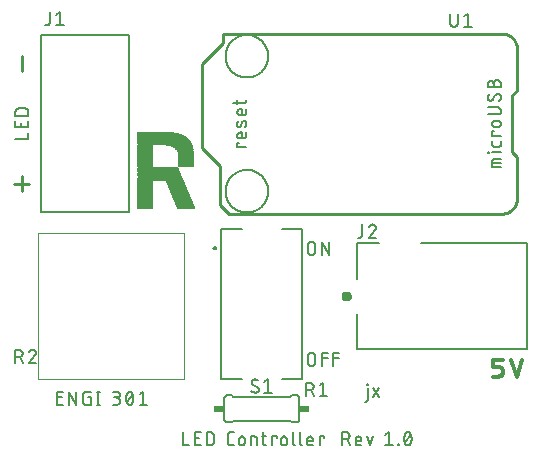
<source format=gbr>
G04 EAGLE Gerber RS-274X export*
G75*
%MOMM*%
%FSLAX34Y34*%
%LPD*%
%INSilkscreen Top*%
%IPPOS*%
%AMOC8*
5,1,8,0,0,1.08239X$1,22.5*%
G01*
%ADD10C,0.152400*%
%ADD11R,1.346200X0.012700*%
%ADD12R,1.435100X0.012700*%
%ADD13R,1.447800X0.012700*%
%ADD14R,1.460500X0.012700*%
%ADD15R,1.473200X0.012700*%
%ADD16R,1.485900X0.012700*%
%ADD17R,3.886200X0.012700*%
%ADD18R,3.873500X0.012700*%
%ADD19R,3.860800X0.012700*%
%ADD20R,3.848100X0.012700*%
%ADD21R,3.835400X0.012700*%
%ADD22R,3.822700X0.012700*%
%ADD23R,3.810000X0.012700*%
%ADD24R,3.797300X0.012700*%
%ADD25R,3.784600X0.012700*%
%ADD26R,3.771900X0.012700*%
%ADD27R,3.759200X0.012700*%
%ADD28R,3.746500X0.012700*%
%ADD29R,3.733800X0.012700*%
%ADD30R,3.721100X0.012700*%
%ADD31R,3.708400X0.012700*%
%ADD32R,3.695700X0.012700*%
%ADD33R,3.683000X0.012700*%
%ADD34R,3.670300X0.012700*%
%ADD35R,3.657600X0.012700*%
%ADD36R,3.644900X0.012700*%
%ADD37R,3.632200X0.012700*%
%ADD38R,3.619500X0.012700*%
%ADD39R,3.606800X0.012700*%
%ADD40R,3.594100X0.012700*%
%ADD41R,3.581400X0.012700*%
%ADD42R,3.568700X0.012700*%
%ADD43R,3.556000X0.012700*%
%ADD44R,3.543300X0.012700*%
%ADD45R,3.530600X0.012700*%
%ADD46R,3.517900X0.012700*%
%ADD47R,3.505200X0.012700*%
%ADD48R,3.492500X0.012700*%
%ADD49R,3.479800X0.012700*%
%ADD50R,3.467100X0.012700*%
%ADD51R,3.454400X0.012700*%
%ADD52R,3.441700X0.012700*%
%ADD53R,3.429000X0.012700*%
%ADD54R,3.416300X0.012700*%
%ADD55R,1.333500X0.012700*%
%ADD56R,1.358900X0.012700*%
%ADD57R,1.371600X0.012700*%
%ADD58R,1.384300X0.012700*%
%ADD59R,1.397000X0.012700*%
%ADD60R,1.409700X0.012700*%
%ADD61R,1.422400X0.012700*%
%ADD62R,1.498600X0.012700*%
%ADD63R,1.511300X0.012700*%
%ADD64R,1.524000X0.012700*%
%ADD65R,1.536700X0.012700*%
%ADD66R,1.549400X0.012700*%
%ADD67R,1.574800X0.012700*%
%ADD68R,1.587500X0.012700*%
%ADD69R,1.600200X0.012700*%
%ADD70R,1.625600X0.012700*%
%ADD71R,1.651000X0.012700*%
%ADD72R,1.676400X0.012700*%
%ADD73R,1.701800X0.012700*%
%ADD74R,1.714500X0.012700*%
%ADD75R,1.739900X0.012700*%
%ADD76R,1.765300X0.012700*%
%ADD77R,1.790700X0.012700*%
%ADD78R,1.828800X0.012700*%
%ADD79R,1.866900X0.012700*%
%ADD80R,1.892300X0.012700*%
%ADD81R,1.943100X0.012700*%
%ADD82R,2.019300X0.012700*%
%ADD83R,2.082800X0.012700*%
%ADD84R,2.222500X0.012700*%
%ADD85R,4.622800X0.012700*%
%ADD86R,4.610100X0.012700*%
%ADD87R,4.597400X0.012700*%
%ADD88R,4.584700X0.012700*%
%ADD89R,4.572000X0.012700*%
%ADD90R,4.559300X0.012700*%
%ADD91R,4.546600X0.012700*%
%ADD92R,4.533900X0.012700*%
%ADD93R,4.521200X0.012700*%
%ADD94R,4.508500X0.012700*%
%ADD95R,4.495800X0.012700*%
%ADD96R,4.483100X0.012700*%
%ADD97R,4.470400X0.012700*%
%ADD98R,4.457700X0.012700*%
%ADD99R,4.445000X0.012700*%
%ADD100R,4.432300X0.012700*%
%ADD101R,4.419600X0.012700*%
%ADD102R,4.406900X0.012700*%
%ADD103R,4.394200X0.012700*%
%ADD104R,4.381500X0.012700*%
%ADD105R,4.368800X0.012700*%
%ADD106R,4.356100X0.012700*%
%ADD107R,4.343400X0.012700*%
%ADD108R,4.330700X0.012700*%
%ADD109R,4.318000X0.012700*%
%ADD110R,4.305300X0.012700*%
%ADD111R,4.292600X0.012700*%
%ADD112R,4.279900X0.012700*%
%ADD113R,4.267200X0.012700*%
%ADD114R,4.254500X0.012700*%
%ADD115R,4.241800X0.012700*%
%ADD116R,4.229100X0.012700*%
%ADD117R,4.203700X0.012700*%
%ADD118R,4.191000X0.012700*%
%ADD119R,4.178300X0.012700*%
%ADD120R,4.165600X0.012700*%
%ADD121R,4.140200X0.012700*%
%ADD122R,4.127500X0.012700*%
%ADD123R,4.114800X0.012700*%
%ADD124R,4.089400X0.012700*%
%ADD125R,4.076700X0.012700*%
%ADD126R,4.051300X0.012700*%
%ADD127R,4.038600X0.012700*%
%ADD128R,4.013200X0.012700*%
%ADD129R,4.000500X0.012700*%
%ADD130R,3.975100X0.012700*%
%ADD131R,3.949700X0.012700*%
%ADD132R,3.924300X0.012700*%
%ADD133R,3.898900X0.012700*%
%ADD134R,3.378200X0.012700*%
%ADD135R,3.327400X0.012700*%
%ADD136R,3.263900X0.012700*%
%ADD137R,3.200400X0.012700*%
%ADD138R,3.124200X0.012700*%
%ADD139R,3.048000X0.012700*%
%ADD140R,2.933700X0.012700*%
%ADD141R,2.794000X0.012700*%
%ADD142R,2.552700X0.012700*%
%ADD143C,0.254000*%
%ADD144C,0.355600*%
%ADD145C,0.203200*%
%ADD146C,0.000000*%
%ADD147C,0.127000*%
%ADD148C,0.200000*%
%ADD149C,0.400000*%
%ADD150R,0.863600X0.609600*%


D10*
X47639Y41402D02*
X42672Y41402D01*
X42672Y52578D01*
X47639Y52578D01*
X46397Y47611D02*
X42672Y47611D01*
X52550Y52578D02*
X52550Y41402D01*
X58759Y41402D02*
X52550Y52578D01*
X58759Y52578D02*
X58759Y41402D01*
X69088Y47611D02*
X70951Y47611D01*
X70951Y41402D01*
X67225Y41402D01*
X67127Y41404D01*
X67030Y41410D01*
X66933Y41419D01*
X66836Y41433D01*
X66740Y41450D01*
X66645Y41471D01*
X66551Y41495D01*
X66457Y41524D01*
X66365Y41556D01*
X66274Y41591D01*
X66185Y41630D01*
X66097Y41673D01*
X66011Y41719D01*
X65927Y41768D01*
X65845Y41821D01*
X65765Y41876D01*
X65687Y41935D01*
X65612Y41997D01*
X65539Y42062D01*
X65469Y42130D01*
X65401Y42200D01*
X65336Y42273D01*
X65274Y42348D01*
X65215Y42426D01*
X65160Y42506D01*
X65107Y42588D01*
X65058Y42672D01*
X65012Y42758D01*
X64969Y42846D01*
X64930Y42935D01*
X64895Y43026D01*
X64863Y43118D01*
X64834Y43212D01*
X64810Y43306D01*
X64789Y43401D01*
X64772Y43497D01*
X64758Y43594D01*
X64749Y43691D01*
X64743Y43788D01*
X64741Y43886D01*
X64742Y43886D02*
X64742Y50094D01*
X64741Y50094D02*
X64743Y50192D01*
X64749Y50289D01*
X64758Y50386D01*
X64772Y50483D01*
X64789Y50579D01*
X64810Y50674D01*
X64834Y50768D01*
X64863Y50862D01*
X64895Y50954D01*
X64930Y51045D01*
X64969Y51134D01*
X65012Y51222D01*
X65058Y51308D01*
X65107Y51392D01*
X65160Y51474D01*
X65215Y51554D01*
X65274Y51632D01*
X65336Y51707D01*
X65401Y51780D01*
X65469Y51850D01*
X65539Y51918D01*
X65612Y51983D01*
X65687Y52045D01*
X65765Y52104D01*
X65845Y52159D01*
X65927Y52212D01*
X66011Y52261D01*
X66097Y52307D01*
X66185Y52350D01*
X66274Y52389D01*
X66365Y52424D01*
X66457Y52456D01*
X66551Y52485D01*
X66645Y52509D01*
X66740Y52530D01*
X66836Y52547D01*
X66933Y52561D01*
X67030Y52570D01*
X67127Y52576D01*
X67225Y52578D01*
X70951Y52578D01*
X77371Y52578D02*
X77371Y41402D01*
X76129Y41402D02*
X78613Y41402D01*
X78613Y52578D02*
X76129Y52578D01*
X89507Y41402D02*
X92611Y41402D01*
X92722Y41404D01*
X92832Y41410D01*
X92943Y41420D01*
X93053Y41434D01*
X93162Y41451D01*
X93271Y41473D01*
X93379Y41498D01*
X93485Y41528D01*
X93591Y41561D01*
X93696Y41598D01*
X93799Y41638D01*
X93900Y41683D01*
X94000Y41730D01*
X94099Y41782D01*
X94195Y41837D01*
X94289Y41895D01*
X94381Y41956D01*
X94471Y42021D01*
X94559Y42089D01*
X94644Y42160D01*
X94726Y42234D01*
X94806Y42311D01*
X94883Y42391D01*
X94957Y42473D01*
X95028Y42558D01*
X95096Y42646D01*
X95161Y42736D01*
X95222Y42828D01*
X95280Y42922D01*
X95335Y43018D01*
X95387Y43117D01*
X95434Y43217D01*
X95479Y43318D01*
X95519Y43421D01*
X95556Y43526D01*
X95589Y43632D01*
X95619Y43738D01*
X95644Y43846D01*
X95666Y43955D01*
X95683Y44064D01*
X95697Y44174D01*
X95707Y44285D01*
X95713Y44395D01*
X95715Y44506D01*
X95713Y44617D01*
X95707Y44727D01*
X95697Y44838D01*
X95683Y44948D01*
X95666Y45057D01*
X95644Y45166D01*
X95619Y45274D01*
X95589Y45380D01*
X95556Y45486D01*
X95519Y45591D01*
X95479Y45694D01*
X95434Y45795D01*
X95387Y45895D01*
X95335Y45994D01*
X95280Y46090D01*
X95222Y46184D01*
X95161Y46276D01*
X95096Y46366D01*
X95028Y46454D01*
X94957Y46539D01*
X94883Y46621D01*
X94806Y46701D01*
X94726Y46778D01*
X94644Y46852D01*
X94559Y46923D01*
X94471Y46991D01*
X94381Y47056D01*
X94289Y47117D01*
X94195Y47175D01*
X94099Y47230D01*
X94000Y47282D01*
X93900Y47329D01*
X93799Y47374D01*
X93696Y47414D01*
X93591Y47451D01*
X93485Y47484D01*
X93379Y47514D01*
X93271Y47539D01*
X93162Y47561D01*
X93053Y47578D01*
X92943Y47592D01*
X92832Y47602D01*
X92722Y47608D01*
X92611Y47610D01*
X93232Y52578D02*
X89507Y52578D01*
X93232Y52578D02*
X93331Y52576D01*
X93429Y52570D01*
X93528Y52560D01*
X93625Y52547D01*
X93723Y52529D01*
X93819Y52508D01*
X93915Y52482D01*
X94009Y52453D01*
X94102Y52421D01*
X94194Y52384D01*
X94284Y52344D01*
X94373Y52300D01*
X94460Y52253D01*
X94545Y52203D01*
X94627Y52149D01*
X94708Y52092D01*
X94786Y52032D01*
X94862Y51968D01*
X94935Y51902D01*
X95006Y51833D01*
X95074Y51761D01*
X95138Y51686D01*
X95200Y51609D01*
X95259Y51530D01*
X95314Y51448D01*
X95367Y51364D01*
X95415Y51279D01*
X95461Y51191D01*
X95503Y51101D01*
X95541Y51010D01*
X95575Y50918D01*
X95606Y50824D01*
X95633Y50729D01*
X95657Y50633D01*
X95676Y50536D01*
X95692Y50439D01*
X95704Y50341D01*
X95712Y50242D01*
X95716Y50143D01*
X95716Y50045D01*
X95712Y49946D01*
X95704Y49847D01*
X95692Y49749D01*
X95676Y49652D01*
X95657Y49555D01*
X95633Y49459D01*
X95606Y49364D01*
X95575Y49270D01*
X95541Y49178D01*
X95503Y49087D01*
X95461Y48997D01*
X95415Y48909D01*
X95367Y48824D01*
X95314Y48740D01*
X95259Y48658D01*
X95200Y48579D01*
X95138Y48502D01*
X95074Y48427D01*
X95006Y48355D01*
X94935Y48286D01*
X94862Y48220D01*
X94786Y48156D01*
X94708Y48096D01*
X94627Y48039D01*
X94545Y47985D01*
X94460Y47935D01*
X94373Y47888D01*
X94284Y47844D01*
X94194Y47804D01*
X94102Y47767D01*
X94009Y47735D01*
X93915Y47706D01*
X93819Y47680D01*
X93723Y47659D01*
X93625Y47641D01*
X93528Y47628D01*
X93429Y47618D01*
X93331Y47612D01*
X93232Y47610D01*
X93232Y47611D02*
X90748Y47611D01*
X100937Y46990D02*
X100940Y47210D01*
X100947Y47430D01*
X100961Y47649D01*
X100979Y47868D01*
X101003Y48087D01*
X101031Y48305D01*
X101065Y48522D01*
X101104Y48738D01*
X101149Y48954D01*
X101198Y49168D01*
X101253Y49381D01*
X101312Y49593D01*
X101377Y49803D01*
X101447Y50011D01*
X101521Y50218D01*
X101601Y50423D01*
X101685Y50626D01*
X101774Y50827D01*
X101868Y51026D01*
X101901Y51115D01*
X101937Y51203D01*
X101977Y51289D01*
X102020Y51374D01*
X102067Y51456D01*
X102118Y51537D01*
X102171Y51615D01*
X102228Y51691D01*
X102288Y51765D01*
X102351Y51836D01*
X102416Y51905D01*
X102485Y51971D01*
X102556Y52033D01*
X102630Y52093D01*
X102706Y52150D01*
X102784Y52204D01*
X102865Y52254D01*
X102947Y52301D01*
X103032Y52344D01*
X103118Y52384D01*
X103206Y52421D01*
X103295Y52453D01*
X103385Y52482D01*
X103477Y52508D01*
X103569Y52529D01*
X103663Y52547D01*
X103757Y52560D01*
X103851Y52570D01*
X103946Y52576D01*
X104041Y52578D01*
X104136Y52576D01*
X104231Y52570D01*
X104325Y52560D01*
X104419Y52547D01*
X104513Y52529D01*
X104605Y52508D01*
X104697Y52482D01*
X104787Y52453D01*
X104876Y52421D01*
X104964Y52384D01*
X105050Y52344D01*
X105135Y52301D01*
X105217Y52254D01*
X105298Y52204D01*
X105376Y52150D01*
X105452Y52093D01*
X105526Y52033D01*
X105597Y51971D01*
X105666Y51905D01*
X105731Y51836D01*
X105794Y51765D01*
X105854Y51691D01*
X105911Y51615D01*
X105964Y51537D01*
X106015Y51456D01*
X106062Y51373D01*
X106105Y51289D01*
X106145Y51203D01*
X106181Y51115D01*
X106214Y51026D01*
X106215Y51026D02*
X106309Y50827D01*
X106398Y50626D01*
X106482Y50423D01*
X106562Y50218D01*
X106636Y50011D01*
X106706Y49803D01*
X106771Y49593D01*
X106830Y49381D01*
X106885Y49168D01*
X106934Y48954D01*
X106979Y48738D01*
X107018Y48522D01*
X107052Y48305D01*
X107080Y48087D01*
X107104Y47868D01*
X107122Y47649D01*
X107136Y47430D01*
X107143Y47210D01*
X107146Y46990D01*
X100937Y46990D02*
X100940Y46770D01*
X100947Y46550D01*
X100961Y46331D01*
X100979Y46112D01*
X101003Y45893D01*
X101031Y45675D01*
X101065Y45458D01*
X101104Y45242D01*
X101149Y45026D01*
X101198Y44812D01*
X101253Y44599D01*
X101312Y44388D01*
X101377Y44177D01*
X101447Y43969D01*
X101521Y43762D01*
X101601Y43557D01*
X101685Y43354D01*
X101774Y43153D01*
X101868Y42954D01*
X101901Y42865D01*
X101937Y42777D01*
X101977Y42691D01*
X102020Y42606D01*
X102067Y42524D01*
X102118Y42443D01*
X102171Y42365D01*
X102228Y42289D01*
X102288Y42215D01*
X102351Y42144D01*
X102416Y42075D01*
X102485Y42009D01*
X102556Y41947D01*
X102630Y41887D01*
X102706Y41830D01*
X102784Y41776D01*
X102865Y41726D01*
X102947Y41679D01*
X103032Y41636D01*
X103118Y41596D01*
X103206Y41559D01*
X103295Y41527D01*
X103385Y41498D01*
X103477Y41472D01*
X103569Y41451D01*
X103663Y41433D01*
X103757Y41420D01*
X103851Y41410D01*
X103946Y41404D01*
X104041Y41402D01*
X106215Y42954D02*
X106309Y43153D01*
X106398Y43354D01*
X106482Y43557D01*
X106562Y43762D01*
X106636Y43969D01*
X106706Y44177D01*
X106771Y44387D01*
X106830Y44599D01*
X106885Y44812D01*
X106934Y45026D01*
X106979Y45242D01*
X107018Y45458D01*
X107052Y45675D01*
X107080Y45893D01*
X107104Y46112D01*
X107122Y46331D01*
X107136Y46550D01*
X107143Y46770D01*
X107146Y46990D01*
X106214Y42954D02*
X106181Y42865D01*
X106145Y42777D01*
X106105Y42691D01*
X106062Y42606D01*
X106015Y42524D01*
X105964Y42443D01*
X105911Y42365D01*
X105854Y42289D01*
X105794Y42215D01*
X105731Y42144D01*
X105666Y42075D01*
X105597Y42009D01*
X105526Y41947D01*
X105452Y41887D01*
X105376Y41830D01*
X105298Y41776D01*
X105217Y41726D01*
X105135Y41679D01*
X105050Y41636D01*
X104964Y41596D01*
X104876Y41559D01*
X104787Y41527D01*
X104697Y41498D01*
X104605Y41472D01*
X104513Y41451D01*
X104419Y41433D01*
X104325Y41420D01*
X104231Y41410D01*
X104136Y41404D01*
X104041Y41402D01*
X101558Y43886D02*
X106525Y50094D01*
X112367Y50094D02*
X115471Y52578D01*
X115471Y41402D01*
X112367Y41402D02*
X118576Y41402D01*
X149352Y18288D02*
X149352Y7112D01*
X154319Y7112D01*
X159258Y7112D02*
X164225Y7112D01*
X159258Y7112D02*
X159258Y18288D01*
X164225Y18288D01*
X162983Y13321D02*
X159258Y13321D01*
X169136Y18288D02*
X169136Y7112D01*
X169136Y18288D02*
X172240Y18288D01*
X172351Y18286D01*
X172461Y18280D01*
X172572Y18270D01*
X172682Y18256D01*
X172791Y18239D01*
X172900Y18217D01*
X173008Y18192D01*
X173114Y18162D01*
X173220Y18129D01*
X173325Y18092D01*
X173428Y18052D01*
X173529Y18007D01*
X173629Y17960D01*
X173728Y17908D01*
X173824Y17853D01*
X173918Y17795D01*
X174010Y17734D01*
X174100Y17669D01*
X174188Y17601D01*
X174273Y17530D01*
X174355Y17456D01*
X174435Y17379D01*
X174512Y17299D01*
X174586Y17217D01*
X174657Y17132D01*
X174725Y17044D01*
X174790Y16954D01*
X174851Y16862D01*
X174909Y16768D01*
X174964Y16672D01*
X175016Y16573D01*
X175063Y16473D01*
X175108Y16372D01*
X175148Y16269D01*
X175185Y16164D01*
X175218Y16058D01*
X175248Y15952D01*
X175273Y15844D01*
X175295Y15735D01*
X175312Y15626D01*
X175326Y15516D01*
X175336Y15405D01*
X175342Y15295D01*
X175344Y15184D01*
X175345Y15184D02*
X175345Y10216D01*
X175344Y10216D02*
X175342Y10105D01*
X175336Y9995D01*
X175326Y9884D01*
X175312Y9774D01*
X175295Y9665D01*
X175273Y9556D01*
X175248Y9448D01*
X175218Y9342D01*
X175185Y9236D01*
X175148Y9131D01*
X175108Y9028D01*
X175063Y8927D01*
X175016Y8827D01*
X174964Y8728D01*
X174909Y8632D01*
X174851Y8538D01*
X174790Y8446D01*
X174725Y8356D01*
X174657Y8268D01*
X174586Y8183D01*
X174512Y8101D01*
X174435Y8021D01*
X174355Y7944D01*
X174273Y7870D01*
X174188Y7799D01*
X174100Y7731D01*
X174010Y7666D01*
X173918Y7605D01*
X173824Y7547D01*
X173728Y7492D01*
X173629Y7440D01*
X173529Y7393D01*
X173428Y7348D01*
X173325Y7308D01*
X173220Y7271D01*
X173114Y7238D01*
X173008Y7208D01*
X172900Y7183D01*
X172791Y7161D01*
X172682Y7144D01*
X172572Y7130D01*
X172461Y7120D01*
X172351Y7114D01*
X172240Y7112D01*
X169136Y7112D01*
X189485Y7112D02*
X191968Y7112D01*
X189485Y7112D02*
X189387Y7114D01*
X189290Y7120D01*
X189193Y7129D01*
X189096Y7143D01*
X189000Y7160D01*
X188905Y7181D01*
X188811Y7205D01*
X188717Y7234D01*
X188625Y7266D01*
X188534Y7301D01*
X188445Y7340D01*
X188357Y7383D01*
X188271Y7429D01*
X188187Y7478D01*
X188105Y7531D01*
X188025Y7586D01*
X187947Y7645D01*
X187872Y7707D01*
X187799Y7772D01*
X187729Y7840D01*
X187661Y7910D01*
X187596Y7983D01*
X187534Y8058D01*
X187475Y8136D01*
X187420Y8216D01*
X187367Y8298D01*
X187318Y8382D01*
X187272Y8468D01*
X187229Y8556D01*
X187190Y8645D01*
X187155Y8736D01*
X187123Y8828D01*
X187094Y8922D01*
X187070Y9016D01*
X187049Y9111D01*
X187032Y9207D01*
X187018Y9304D01*
X187009Y9401D01*
X187003Y9498D01*
X187001Y9596D01*
X187001Y15804D01*
X187003Y15902D01*
X187009Y15999D01*
X187018Y16096D01*
X187032Y16193D01*
X187049Y16289D01*
X187070Y16384D01*
X187094Y16478D01*
X187123Y16572D01*
X187155Y16664D01*
X187190Y16755D01*
X187229Y16844D01*
X187272Y16932D01*
X187318Y17018D01*
X187367Y17102D01*
X187420Y17184D01*
X187475Y17264D01*
X187534Y17342D01*
X187596Y17417D01*
X187661Y17490D01*
X187729Y17560D01*
X187799Y17628D01*
X187872Y17693D01*
X187947Y17755D01*
X188025Y17814D01*
X188105Y17869D01*
X188187Y17922D01*
X188271Y17971D01*
X188357Y18017D01*
X188445Y18060D01*
X188534Y18099D01*
X188625Y18134D01*
X188717Y18166D01*
X188811Y18195D01*
X188905Y18219D01*
X189000Y18240D01*
X189096Y18257D01*
X189193Y18271D01*
X189290Y18280D01*
X189387Y18286D01*
X189485Y18288D01*
X191968Y18288D01*
X196427Y12079D02*
X196427Y9596D01*
X196426Y12079D02*
X196428Y12178D01*
X196434Y12276D01*
X196444Y12375D01*
X196457Y12472D01*
X196475Y12570D01*
X196496Y12666D01*
X196522Y12762D01*
X196551Y12856D01*
X196583Y12949D01*
X196620Y13041D01*
X196660Y13131D01*
X196704Y13220D01*
X196751Y13307D01*
X196801Y13392D01*
X196855Y13474D01*
X196912Y13555D01*
X196972Y13633D01*
X197036Y13709D01*
X197102Y13782D01*
X197171Y13853D01*
X197243Y13921D01*
X197318Y13985D01*
X197395Y14047D01*
X197474Y14106D01*
X197556Y14161D01*
X197640Y14214D01*
X197725Y14262D01*
X197813Y14308D01*
X197903Y14350D01*
X197994Y14388D01*
X198086Y14422D01*
X198180Y14453D01*
X198275Y14480D01*
X198371Y14504D01*
X198468Y14523D01*
X198565Y14539D01*
X198663Y14551D01*
X198762Y14559D01*
X198861Y14563D01*
X198959Y14563D01*
X199058Y14559D01*
X199157Y14551D01*
X199255Y14539D01*
X199352Y14523D01*
X199449Y14504D01*
X199545Y14480D01*
X199640Y14453D01*
X199734Y14422D01*
X199826Y14388D01*
X199917Y14350D01*
X200007Y14308D01*
X200095Y14262D01*
X200180Y14214D01*
X200264Y14161D01*
X200346Y14106D01*
X200425Y14047D01*
X200502Y13985D01*
X200577Y13921D01*
X200649Y13853D01*
X200718Y13782D01*
X200784Y13709D01*
X200848Y13633D01*
X200908Y13555D01*
X200965Y13474D01*
X201019Y13392D01*
X201069Y13307D01*
X201116Y13220D01*
X201160Y13131D01*
X201200Y13041D01*
X201237Y12949D01*
X201269Y12856D01*
X201298Y12762D01*
X201324Y12666D01*
X201345Y12570D01*
X201363Y12472D01*
X201376Y12375D01*
X201386Y12276D01*
X201392Y12178D01*
X201394Y12079D01*
X201394Y9596D01*
X201392Y9497D01*
X201386Y9399D01*
X201376Y9300D01*
X201363Y9203D01*
X201345Y9105D01*
X201324Y9009D01*
X201298Y8913D01*
X201269Y8819D01*
X201237Y8726D01*
X201200Y8634D01*
X201160Y8544D01*
X201116Y8455D01*
X201069Y8368D01*
X201019Y8283D01*
X200965Y8201D01*
X200908Y8120D01*
X200848Y8042D01*
X200784Y7966D01*
X200718Y7893D01*
X200649Y7822D01*
X200577Y7754D01*
X200502Y7690D01*
X200425Y7628D01*
X200346Y7569D01*
X200264Y7514D01*
X200180Y7461D01*
X200095Y7413D01*
X200007Y7367D01*
X199917Y7325D01*
X199826Y7287D01*
X199734Y7253D01*
X199640Y7222D01*
X199545Y7195D01*
X199449Y7171D01*
X199352Y7152D01*
X199255Y7136D01*
X199157Y7124D01*
X199058Y7116D01*
X198959Y7112D01*
X198861Y7112D01*
X198762Y7116D01*
X198663Y7124D01*
X198565Y7136D01*
X198468Y7152D01*
X198371Y7171D01*
X198275Y7195D01*
X198180Y7222D01*
X198086Y7253D01*
X197994Y7287D01*
X197903Y7325D01*
X197813Y7367D01*
X197725Y7413D01*
X197640Y7461D01*
X197556Y7514D01*
X197474Y7569D01*
X197395Y7628D01*
X197318Y7690D01*
X197243Y7754D01*
X197171Y7822D01*
X197102Y7893D01*
X197036Y7966D01*
X196972Y8042D01*
X196912Y8120D01*
X196855Y8201D01*
X196801Y8283D01*
X196751Y8368D01*
X196704Y8455D01*
X196660Y8544D01*
X196620Y8634D01*
X196583Y8726D01*
X196551Y8819D01*
X196522Y8913D01*
X196496Y9009D01*
X196475Y9105D01*
X196457Y9203D01*
X196444Y9300D01*
X196434Y9399D01*
X196428Y9497D01*
X196426Y9596D01*
X206714Y7112D02*
X206714Y14563D01*
X209818Y14563D01*
X209902Y14561D01*
X209985Y14556D01*
X210068Y14546D01*
X210151Y14533D01*
X210233Y14516D01*
X210314Y14496D01*
X210394Y14472D01*
X210473Y14444D01*
X210550Y14413D01*
X210626Y14379D01*
X210701Y14341D01*
X210774Y14299D01*
X210844Y14255D01*
X210913Y14207D01*
X210980Y14157D01*
X211044Y14103D01*
X211105Y14047D01*
X211165Y13987D01*
X211221Y13926D01*
X211275Y13862D01*
X211325Y13795D01*
X211373Y13726D01*
X211417Y13656D01*
X211459Y13583D01*
X211497Y13508D01*
X211531Y13432D01*
X211562Y13355D01*
X211590Y13276D01*
X211614Y13196D01*
X211634Y13115D01*
X211651Y13033D01*
X211664Y12950D01*
X211674Y12867D01*
X211679Y12784D01*
X211681Y12700D01*
X211681Y7112D01*
X215982Y14563D02*
X219707Y14563D01*
X217224Y18288D02*
X217224Y8975D01*
X217223Y8975D02*
X217225Y8891D01*
X217230Y8808D01*
X217240Y8725D01*
X217253Y8642D01*
X217270Y8560D01*
X217290Y8479D01*
X217314Y8399D01*
X217342Y8320D01*
X217373Y8243D01*
X217407Y8167D01*
X217445Y8092D01*
X217487Y8019D01*
X217531Y7949D01*
X217579Y7880D01*
X217629Y7813D01*
X217683Y7749D01*
X217739Y7688D01*
X217799Y7628D01*
X217860Y7572D01*
X217924Y7518D01*
X217991Y7468D01*
X218060Y7420D01*
X218130Y7376D01*
X218203Y7334D01*
X218278Y7296D01*
X218354Y7262D01*
X218431Y7231D01*
X218510Y7203D01*
X218590Y7179D01*
X218671Y7159D01*
X218753Y7142D01*
X218836Y7129D01*
X218919Y7119D01*
X219002Y7114D01*
X219086Y7112D01*
X219707Y7112D01*
X224703Y7112D02*
X224703Y14563D01*
X228429Y14563D01*
X228429Y13321D01*
X232240Y12079D02*
X232240Y9596D01*
X232240Y12079D02*
X232242Y12178D01*
X232248Y12276D01*
X232258Y12375D01*
X232271Y12472D01*
X232289Y12570D01*
X232310Y12666D01*
X232336Y12762D01*
X232365Y12856D01*
X232397Y12949D01*
X232434Y13041D01*
X232474Y13131D01*
X232518Y13220D01*
X232565Y13307D01*
X232615Y13392D01*
X232669Y13474D01*
X232726Y13555D01*
X232786Y13633D01*
X232850Y13709D01*
X232916Y13782D01*
X232985Y13853D01*
X233057Y13921D01*
X233132Y13985D01*
X233209Y14047D01*
X233288Y14106D01*
X233370Y14161D01*
X233454Y14214D01*
X233539Y14262D01*
X233627Y14308D01*
X233717Y14350D01*
X233808Y14388D01*
X233900Y14422D01*
X233994Y14453D01*
X234089Y14480D01*
X234185Y14504D01*
X234282Y14523D01*
X234379Y14539D01*
X234477Y14551D01*
X234576Y14559D01*
X234675Y14563D01*
X234773Y14563D01*
X234872Y14559D01*
X234971Y14551D01*
X235069Y14539D01*
X235166Y14523D01*
X235263Y14504D01*
X235359Y14480D01*
X235454Y14453D01*
X235548Y14422D01*
X235640Y14388D01*
X235731Y14350D01*
X235821Y14308D01*
X235909Y14262D01*
X235994Y14214D01*
X236078Y14161D01*
X236160Y14106D01*
X236239Y14047D01*
X236316Y13985D01*
X236391Y13921D01*
X236463Y13853D01*
X236532Y13782D01*
X236598Y13709D01*
X236662Y13633D01*
X236722Y13555D01*
X236779Y13474D01*
X236833Y13392D01*
X236883Y13307D01*
X236930Y13220D01*
X236974Y13131D01*
X237014Y13041D01*
X237051Y12949D01*
X237083Y12856D01*
X237112Y12762D01*
X237138Y12666D01*
X237159Y12570D01*
X237177Y12472D01*
X237190Y12375D01*
X237200Y12276D01*
X237206Y12178D01*
X237208Y12079D01*
X237208Y9596D01*
X237206Y9497D01*
X237200Y9399D01*
X237190Y9300D01*
X237177Y9203D01*
X237159Y9105D01*
X237138Y9009D01*
X237112Y8913D01*
X237083Y8819D01*
X237051Y8726D01*
X237014Y8634D01*
X236974Y8544D01*
X236930Y8455D01*
X236883Y8368D01*
X236833Y8283D01*
X236779Y8201D01*
X236722Y8120D01*
X236662Y8042D01*
X236598Y7966D01*
X236532Y7893D01*
X236463Y7822D01*
X236391Y7754D01*
X236316Y7690D01*
X236239Y7628D01*
X236160Y7569D01*
X236078Y7514D01*
X235994Y7461D01*
X235909Y7413D01*
X235821Y7367D01*
X235731Y7325D01*
X235640Y7287D01*
X235548Y7253D01*
X235454Y7222D01*
X235359Y7195D01*
X235263Y7171D01*
X235166Y7152D01*
X235069Y7136D01*
X234971Y7124D01*
X234872Y7116D01*
X234773Y7112D01*
X234675Y7112D01*
X234576Y7116D01*
X234477Y7124D01*
X234379Y7136D01*
X234282Y7152D01*
X234185Y7171D01*
X234089Y7195D01*
X233994Y7222D01*
X233900Y7253D01*
X233808Y7287D01*
X233717Y7325D01*
X233627Y7367D01*
X233539Y7413D01*
X233454Y7461D01*
X233370Y7514D01*
X233288Y7569D01*
X233209Y7628D01*
X233132Y7690D01*
X233057Y7754D01*
X232985Y7822D01*
X232916Y7893D01*
X232850Y7966D01*
X232786Y8042D01*
X232726Y8120D01*
X232669Y8201D01*
X232615Y8283D01*
X232565Y8368D01*
X232518Y8455D01*
X232474Y8544D01*
X232434Y8634D01*
X232397Y8726D01*
X232365Y8819D01*
X232336Y8913D01*
X232310Y9009D01*
X232289Y9105D01*
X232271Y9203D01*
X232258Y9300D01*
X232248Y9399D01*
X232242Y9497D01*
X232240Y9596D01*
X242238Y8975D02*
X242238Y18288D01*
X242238Y8975D02*
X242240Y8891D01*
X242245Y8808D01*
X242255Y8725D01*
X242268Y8642D01*
X242285Y8560D01*
X242305Y8479D01*
X242329Y8399D01*
X242357Y8320D01*
X242388Y8243D01*
X242422Y8167D01*
X242460Y8092D01*
X242502Y8019D01*
X242546Y7949D01*
X242594Y7880D01*
X242644Y7813D01*
X242698Y7749D01*
X242754Y7688D01*
X242814Y7628D01*
X242875Y7572D01*
X242939Y7518D01*
X243006Y7468D01*
X243075Y7420D01*
X243145Y7376D01*
X243218Y7334D01*
X243293Y7296D01*
X243369Y7262D01*
X243446Y7231D01*
X243525Y7203D01*
X243605Y7179D01*
X243686Y7159D01*
X243768Y7142D01*
X243851Y7129D01*
X243934Y7119D01*
X244017Y7114D01*
X244101Y7112D01*
X248334Y8975D02*
X248334Y18288D01*
X248334Y8975D02*
X248336Y8891D01*
X248341Y8808D01*
X248351Y8725D01*
X248364Y8642D01*
X248381Y8560D01*
X248401Y8479D01*
X248425Y8399D01*
X248453Y8320D01*
X248484Y8243D01*
X248518Y8167D01*
X248556Y8092D01*
X248598Y8019D01*
X248642Y7949D01*
X248690Y7880D01*
X248740Y7813D01*
X248794Y7749D01*
X248850Y7688D01*
X248910Y7628D01*
X248971Y7572D01*
X249035Y7518D01*
X249102Y7468D01*
X249171Y7420D01*
X249241Y7376D01*
X249314Y7334D01*
X249389Y7296D01*
X249465Y7262D01*
X249542Y7231D01*
X249621Y7203D01*
X249701Y7179D01*
X249782Y7159D01*
X249864Y7142D01*
X249947Y7129D01*
X250030Y7119D01*
X250113Y7114D01*
X250197Y7112D01*
X256201Y7112D02*
X259305Y7112D01*
X256201Y7112D02*
X256117Y7114D01*
X256034Y7119D01*
X255951Y7129D01*
X255868Y7142D01*
X255786Y7159D01*
X255705Y7179D01*
X255625Y7203D01*
X255546Y7231D01*
X255469Y7262D01*
X255393Y7296D01*
X255318Y7334D01*
X255245Y7376D01*
X255175Y7420D01*
X255106Y7468D01*
X255039Y7518D01*
X254975Y7572D01*
X254914Y7628D01*
X254854Y7688D01*
X254798Y7749D01*
X254744Y7813D01*
X254694Y7880D01*
X254646Y7949D01*
X254602Y8019D01*
X254560Y8092D01*
X254522Y8167D01*
X254488Y8243D01*
X254457Y8320D01*
X254429Y8399D01*
X254405Y8479D01*
X254385Y8560D01*
X254368Y8642D01*
X254355Y8725D01*
X254345Y8808D01*
X254340Y8891D01*
X254338Y8975D01*
X254338Y12079D01*
X254340Y12178D01*
X254346Y12276D01*
X254356Y12375D01*
X254369Y12472D01*
X254387Y12570D01*
X254408Y12666D01*
X254434Y12762D01*
X254463Y12856D01*
X254495Y12949D01*
X254532Y13041D01*
X254572Y13131D01*
X254616Y13220D01*
X254663Y13307D01*
X254713Y13392D01*
X254767Y13474D01*
X254824Y13555D01*
X254884Y13633D01*
X254948Y13709D01*
X255014Y13782D01*
X255083Y13853D01*
X255155Y13921D01*
X255230Y13985D01*
X255307Y14047D01*
X255386Y14106D01*
X255468Y14161D01*
X255552Y14214D01*
X255637Y14262D01*
X255725Y14308D01*
X255815Y14350D01*
X255906Y14388D01*
X255998Y14422D01*
X256092Y14453D01*
X256187Y14480D01*
X256283Y14504D01*
X256380Y14523D01*
X256477Y14539D01*
X256575Y14551D01*
X256674Y14559D01*
X256773Y14563D01*
X256871Y14563D01*
X256970Y14559D01*
X257069Y14551D01*
X257167Y14539D01*
X257264Y14523D01*
X257361Y14504D01*
X257457Y14480D01*
X257552Y14453D01*
X257646Y14422D01*
X257738Y14388D01*
X257829Y14350D01*
X257919Y14308D01*
X258007Y14262D01*
X258092Y14214D01*
X258176Y14161D01*
X258258Y14106D01*
X258337Y14047D01*
X258414Y13985D01*
X258489Y13921D01*
X258561Y13853D01*
X258630Y13782D01*
X258696Y13709D01*
X258760Y13633D01*
X258820Y13555D01*
X258877Y13474D01*
X258931Y13392D01*
X258981Y13307D01*
X259028Y13220D01*
X259072Y13131D01*
X259112Y13041D01*
X259149Y12949D01*
X259181Y12856D01*
X259210Y12762D01*
X259236Y12666D01*
X259257Y12570D01*
X259275Y12472D01*
X259288Y12375D01*
X259298Y12276D01*
X259304Y12178D01*
X259306Y12079D01*
X259305Y12079D02*
X259305Y10837D01*
X254338Y10837D01*
X264708Y7112D02*
X264708Y14563D01*
X268434Y14563D01*
X268434Y13321D01*
X283972Y18288D02*
X283972Y7112D01*
X283972Y18288D02*
X287076Y18288D01*
X287187Y18286D01*
X287297Y18280D01*
X287408Y18270D01*
X287518Y18256D01*
X287627Y18239D01*
X287736Y18217D01*
X287844Y18192D01*
X287950Y18162D01*
X288056Y18129D01*
X288161Y18092D01*
X288264Y18052D01*
X288365Y18007D01*
X288465Y17960D01*
X288564Y17908D01*
X288660Y17853D01*
X288754Y17795D01*
X288846Y17734D01*
X288936Y17669D01*
X289024Y17601D01*
X289109Y17530D01*
X289191Y17456D01*
X289271Y17379D01*
X289348Y17299D01*
X289422Y17217D01*
X289493Y17132D01*
X289561Y17044D01*
X289626Y16954D01*
X289687Y16862D01*
X289745Y16768D01*
X289800Y16672D01*
X289852Y16573D01*
X289899Y16473D01*
X289944Y16372D01*
X289984Y16269D01*
X290021Y16164D01*
X290054Y16058D01*
X290084Y15952D01*
X290109Y15844D01*
X290131Y15735D01*
X290148Y15626D01*
X290162Y15516D01*
X290172Y15405D01*
X290178Y15295D01*
X290180Y15184D01*
X290178Y15073D01*
X290172Y14963D01*
X290162Y14852D01*
X290148Y14742D01*
X290131Y14633D01*
X290109Y14524D01*
X290084Y14416D01*
X290054Y14310D01*
X290021Y14204D01*
X289984Y14099D01*
X289944Y13996D01*
X289899Y13895D01*
X289852Y13795D01*
X289800Y13696D01*
X289745Y13600D01*
X289687Y13506D01*
X289626Y13414D01*
X289561Y13324D01*
X289493Y13236D01*
X289422Y13151D01*
X289348Y13069D01*
X289271Y12989D01*
X289191Y12912D01*
X289109Y12838D01*
X289024Y12767D01*
X288936Y12699D01*
X288846Y12634D01*
X288754Y12573D01*
X288660Y12515D01*
X288564Y12460D01*
X288465Y12408D01*
X288365Y12361D01*
X288264Y12316D01*
X288161Y12276D01*
X288056Y12239D01*
X287950Y12206D01*
X287844Y12176D01*
X287736Y12151D01*
X287627Y12129D01*
X287518Y12112D01*
X287408Y12098D01*
X287297Y12088D01*
X287187Y12082D01*
X287076Y12080D01*
X287076Y12079D02*
X283972Y12079D01*
X287697Y12079D02*
X290181Y7112D01*
X297032Y7112D02*
X300136Y7112D01*
X297032Y7112D02*
X296948Y7114D01*
X296865Y7119D01*
X296782Y7129D01*
X296699Y7142D01*
X296617Y7159D01*
X296536Y7179D01*
X296456Y7203D01*
X296377Y7231D01*
X296300Y7262D01*
X296224Y7296D01*
X296149Y7334D01*
X296076Y7376D01*
X296006Y7420D01*
X295937Y7468D01*
X295870Y7518D01*
X295806Y7572D01*
X295745Y7628D01*
X295685Y7688D01*
X295629Y7749D01*
X295575Y7813D01*
X295525Y7880D01*
X295477Y7949D01*
X295433Y8019D01*
X295391Y8092D01*
X295353Y8167D01*
X295319Y8243D01*
X295288Y8320D01*
X295260Y8399D01*
X295236Y8479D01*
X295216Y8560D01*
X295199Y8642D01*
X295186Y8725D01*
X295176Y8808D01*
X295171Y8891D01*
X295169Y8975D01*
X295169Y12079D01*
X295168Y12079D02*
X295170Y12178D01*
X295176Y12276D01*
X295186Y12375D01*
X295199Y12472D01*
X295217Y12570D01*
X295238Y12666D01*
X295264Y12762D01*
X295293Y12856D01*
X295325Y12949D01*
X295362Y13041D01*
X295402Y13131D01*
X295446Y13220D01*
X295493Y13307D01*
X295543Y13392D01*
X295597Y13474D01*
X295654Y13555D01*
X295714Y13633D01*
X295778Y13709D01*
X295844Y13782D01*
X295913Y13853D01*
X295985Y13921D01*
X296060Y13985D01*
X296137Y14047D01*
X296216Y14106D01*
X296298Y14161D01*
X296382Y14214D01*
X296467Y14262D01*
X296555Y14308D01*
X296645Y14350D01*
X296736Y14388D01*
X296828Y14422D01*
X296922Y14453D01*
X297017Y14480D01*
X297113Y14504D01*
X297210Y14523D01*
X297307Y14539D01*
X297405Y14551D01*
X297504Y14559D01*
X297603Y14563D01*
X297701Y14563D01*
X297800Y14559D01*
X297899Y14551D01*
X297997Y14539D01*
X298094Y14523D01*
X298191Y14504D01*
X298287Y14480D01*
X298382Y14453D01*
X298476Y14422D01*
X298568Y14388D01*
X298659Y14350D01*
X298749Y14308D01*
X298837Y14262D01*
X298922Y14214D01*
X299006Y14161D01*
X299088Y14106D01*
X299167Y14047D01*
X299244Y13985D01*
X299319Y13921D01*
X299391Y13853D01*
X299460Y13782D01*
X299526Y13709D01*
X299590Y13633D01*
X299650Y13555D01*
X299707Y13474D01*
X299761Y13392D01*
X299811Y13307D01*
X299858Y13220D01*
X299902Y13131D01*
X299942Y13041D01*
X299979Y12949D01*
X300011Y12856D01*
X300040Y12762D01*
X300066Y12666D01*
X300087Y12570D01*
X300105Y12472D01*
X300118Y12375D01*
X300128Y12276D01*
X300134Y12178D01*
X300136Y12079D01*
X300136Y10837D01*
X295169Y10837D01*
X304694Y14563D02*
X307177Y7112D01*
X309661Y14563D01*
X320456Y15804D02*
X323560Y18288D01*
X323560Y7112D01*
X320456Y7112D02*
X326665Y7112D01*
X331251Y7112D02*
X331251Y7733D01*
X331872Y7733D01*
X331872Y7112D01*
X331251Y7112D01*
X336458Y12700D02*
X336461Y12920D01*
X336468Y13140D01*
X336482Y13359D01*
X336500Y13578D01*
X336524Y13797D01*
X336552Y14015D01*
X336586Y14232D01*
X336625Y14448D01*
X336670Y14664D01*
X336719Y14878D01*
X336774Y15091D01*
X336833Y15303D01*
X336898Y15513D01*
X336968Y15721D01*
X337042Y15928D01*
X337122Y16133D01*
X337206Y16336D01*
X337295Y16537D01*
X337389Y16736D01*
X337422Y16825D01*
X337458Y16913D01*
X337498Y16999D01*
X337541Y17084D01*
X337588Y17166D01*
X337639Y17247D01*
X337692Y17325D01*
X337749Y17401D01*
X337809Y17475D01*
X337872Y17546D01*
X337937Y17615D01*
X338006Y17681D01*
X338077Y17743D01*
X338151Y17803D01*
X338227Y17860D01*
X338305Y17914D01*
X338386Y17964D01*
X338468Y18011D01*
X338553Y18054D01*
X338639Y18094D01*
X338727Y18131D01*
X338816Y18163D01*
X338906Y18192D01*
X338998Y18218D01*
X339090Y18239D01*
X339184Y18257D01*
X339278Y18270D01*
X339372Y18280D01*
X339467Y18286D01*
X339562Y18288D01*
X339657Y18286D01*
X339752Y18280D01*
X339846Y18270D01*
X339940Y18257D01*
X340034Y18239D01*
X340126Y18218D01*
X340218Y18192D01*
X340308Y18163D01*
X340397Y18131D01*
X340485Y18094D01*
X340571Y18054D01*
X340656Y18011D01*
X340738Y17964D01*
X340819Y17914D01*
X340897Y17860D01*
X340973Y17803D01*
X341047Y17743D01*
X341118Y17681D01*
X341187Y17615D01*
X341252Y17546D01*
X341315Y17475D01*
X341375Y17401D01*
X341432Y17325D01*
X341485Y17247D01*
X341536Y17166D01*
X341583Y17083D01*
X341626Y16999D01*
X341666Y16913D01*
X341702Y16825D01*
X341735Y16736D01*
X341736Y16736D02*
X341830Y16537D01*
X341919Y16336D01*
X342003Y16133D01*
X342083Y15928D01*
X342157Y15721D01*
X342227Y15513D01*
X342292Y15303D01*
X342351Y15091D01*
X342406Y14878D01*
X342455Y14664D01*
X342500Y14448D01*
X342539Y14232D01*
X342573Y14015D01*
X342601Y13797D01*
X342625Y13578D01*
X342643Y13359D01*
X342657Y13140D01*
X342664Y12920D01*
X342667Y12700D01*
X336458Y12700D02*
X336461Y12480D01*
X336468Y12260D01*
X336482Y12041D01*
X336500Y11822D01*
X336524Y11603D01*
X336552Y11385D01*
X336586Y11168D01*
X336625Y10952D01*
X336670Y10736D01*
X336719Y10522D01*
X336774Y10309D01*
X336833Y10098D01*
X336898Y9887D01*
X336968Y9679D01*
X337042Y9472D01*
X337122Y9267D01*
X337206Y9064D01*
X337295Y8863D01*
X337389Y8664D01*
X337422Y8575D01*
X337458Y8487D01*
X337498Y8401D01*
X337541Y8316D01*
X337588Y8234D01*
X337639Y8153D01*
X337692Y8075D01*
X337749Y7999D01*
X337809Y7925D01*
X337872Y7854D01*
X337937Y7785D01*
X338006Y7719D01*
X338077Y7657D01*
X338151Y7597D01*
X338227Y7540D01*
X338305Y7486D01*
X338386Y7436D01*
X338468Y7389D01*
X338553Y7346D01*
X338639Y7306D01*
X338727Y7269D01*
X338816Y7237D01*
X338906Y7208D01*
X338998Y7182D01*
X339090Y7161D01*
X339184Y7143D01*
X339278Y7130D01*
X339372Y7120D01*
X339467Y7114D01*
X339562Y7112D01*
X341736Y8664D02*
X341830Y8863D01*
X341919Y9064D01*
X342003Y9267D01*
X342083Y9472D01*
X342157Y9679D01*
X342227Y9887D01*
X342292Y10097D01*
X342351Y10309D01*
X342406Y10522D01*
X342455Y10736D01*
X342500Y10952D01*
X342539Y11168D01*
X342573Y11385D01*
X342601Y11603D01*
X342625Y11822D01*
X342643Y12041D01*
X342657Y12260D01*
X342664Y12480D01*
X342667Y12700D01*
X341735Y8664D02*
X341702Y8575D01*
X341666Y8487D01*
X341626Y8401D01*
X341583Y8316D01*
X341536Y8234D01*
X341485Y8153D01*
X341432Y8075D01*
X341375Y7999D01*
X341315Y7925D01*
X341252Y7854D01*
X341187Y7785D01*
X341118Y7719D01*
X341047Y7657D01*
X340973Y7597D01*
X340897Y7540D01*
X340819Y7486D01*
X340738Y7436D01*
X340656Y7389D01*
X340571Y7346D01*
X340485Y7306D01*
X340397Y7269D01*
X340308Y7237D01*
X340218Y7208D01*
X340126Y7182D01*
X340034Y7161D01*
X339940Y7143D01*
X339846Y7130D01*
X339752Y7120D01*
X339657Y7114D01*
X339562Y7112D01*
X337079Y9596D02*
X342046Y15804D01*
X305506Y45889D02*
X305506Y55203D01*
X305506Y45889D02*
X305504Y45803D01*
X305498Y45717D01*
X305488Y45632D01*
X305474Y45547D01*
X305457Y45462D01*
X305435Y45379D01*
X305409Y45297D01*
X305380Y45216D01*
X305347Y45137D01*
X305311Y45059D01*
X305271Y44982D01*
X305227Y44908D01*
X305180Y44836D01*
X305130Y44766D01*
X305076Y44699D01*
X305020Y44634D01*
X304960Y44572D01*
X304898Y44512D01*
X304833Y44456D01*
X304766Y44402D01*
X304696Y44352D01*
X304624Y44305D01*
X304550Y44261D01*
X304473Y44221D01*
X304396Y44185D01*
X304316Y44152D01*
X304235Y44123D01*
X304153Y44097D01*
X304070Y44075D01*
X303985Y44058D01*
X303900Y44044D01*
X303815Y44034D01*
X303729Y44028D01*
X303643Y44026D01*
X303643Y44027D02*
X303022Y44027D01*
X305195Y58307D02*
X305195Y58928D01*
X305816Y58928D01*
X305816Y58307D01*
X305195Y58307D01*
X315094Y55203D02*
X310127Y47752D01*
X315094Y47752D02*
X310127Y55203D01*
D11*
X117285Y206756D03*
D12*
X152019Y206756D03*
D11*
X117285Y206883D03*
D13*
X151956Y206883D03*
D11*
X117285Y207010D03*
D13*
X151956Y207010D03*
D11*
X117285Y207137D03*
D12*
X151892Y207137D03*
D11*
X117285Y207264D03*
D13*
X151829Y207264D03*
D11*
X117285Y207391D03*
D12*
X151765Y207391D03*
D11*
X117285Y207518D03*
D13*
X151702Y207518D03*
D11*
X117285Y207645D03*
D13*
X151702Y207645D03*
D11*
X117285Y207772D03*
D13*
X151575Y207772D03*
D11*
X117285Y207899D03*
D13*
X151575Y207899D03*
D11*
X117285Y208026D03*
D12*
X151511Y208026D03*
D11*
X117285Y208153D03*
D13*
X151448Y208153D03*
D11*
X117285Y208280D03*
D13*
X151448Y208280D03*
D11*
X117285Y208407D03*
D13*
X151321Y208407D03*
D11*
X117285Y208534D03*
D13*
X151321Y208534D03*
D11*
X117285Y208661D03*
D13*
X151194Y208661D03*
D11*
X117285Y208788D03*
D13*
X151194Y208788D03*
D11*
X117285Y208915D03*
D13*
X151194Y208915D03*
D11*
X117285Y209042D03*
D13*
X151067Y209042D03*
D11*
X117285Y209169D03*
D13*
X151067Y209169D03*
D11*
X117285Y209296D03*
D13*
X150940Y209296D03*
D11*
X117285Y209423D03*
D13*
X150940Y209423D03*
D11*
X117285Y209550D03*
D13*
X150813Y209550D03*
D11*
X117285Y209677D03*
D13*
X150813Y209677D03*
D11*
X117285Y209804D03*
D13*
X150813Y209804D03*
D11*
X117285Y209931D03*
D13*
X150686Y209931D03*
D11*
X117285Y210058D03*
D13*
X150686Y210058D03*
D11*
X117285Y210185D03*
D13*
X150559Y210185D03*
D11*
X117285Y210312D03*
D13*
X150559Y210312D03*
D11*
X117285Y210439D03*
D13*
X150559Y210439D03*
D11*
X117285Y210566D03*
D13*
X150432Y210566D03*
D11*
X117285Y210693D03*
D13*
X150432Y210693D03*
D11*
X117285Y210820D03*
D13*
X150305Y210820D03*
D11*
X117285Y210947D03*
D13*
X150305Y210947D03*
D11*
X117285Y211074D03*
D14*
X150241Y211074D03*
D11*
X117285Y211201D03*
D13*
X150178Y211201D03*
D11*
X117285Y211328D03*
D13*
X150178Y211328D03*
D11*
X117285Y211455D03*
D13*
X150051Y211455D03*
D11*
X117285Y211582D03*
D13*
X150051Y211582D03*
D11*
X117285Y211709D03*
D14*
X149987Y211709D03*
D11*
X117285Y211836D03*
D13*
X149924Y211836D03*
D11*
X117285Y211963D03*
D14*
X149860Y211963D03*
D11*
X117285Y212090D03*
D13*
X149797Y212090D03*
D11*
X117285Y212217D03*
D13*
X149797Y212217D03*
D11*
X117285Y212344D03*
D13*
X149670Y212344D03*
D11*
X117285Y212471D03*
D13*
X149670Y212471D03*
D11*
X117285Y212598D03*
D14*
X149606Y212598D03*
D11*
X117285Y212725D03*
D13*
X149543Y212725D03*
D11*
X117285Y212852D03*
D14*
X149479Y212852D03*
D11*
X117285Y212979D03*
D13*
X149416Y212979D03*
D11*
X117285Y213106D03*
D13*
X149416Y213106D03*
D11*
X117285Y213233D03*
D14*
X149352Y213233D03*
D11*
X117285Y213360D03*
D13*
X149289Y213360D03*
D11*
X117285Y213487D03*
D14*
X149225Y213487D03*
D11*
X117285Y213614D03*
D13*
X149162Y213614D03*
D11*
X117285Y213741D03*
D13*
X149162Y213741D03*
D11*
X117285Y213868D03*
D14*
X149098Y213868D03*
D11*
X117285Y213995D03*
D13*
X149035Y213995D03*
D11*
X117285Y214122D03*
D14*
X148971Y214122D03*
D11*
X117285Y214249D03*
D13*
X148908Y214249D03*
D11*
X117285Y214376D03*
D14*
X148844Y214376D03*
D11*
X117285Y214503D03*
D14*
X148844Y214503D03*
D11*
X117285Y214630D03*
D13*
X148781Y214630D03*
D11*
X117285Y214757D03*
D14*
X148717Y214757D03*
D11*
X117285Y214884D03*
D13*
X148654Y214884D03*
D11*
X117285Y215011D03*
D14*
X148590Y215011D03*
D11*
X117285Y215138D03*
D13*
X148527Y215138D03*
D11*
X117285Y215265D03*
D14*
X148463Y215265D03*
D11*
X117285Y215392D03*
D14*
X148463Y215392D03*
D11*
X117285Y215519D03*
D13*
X148400Y215519D03*
D11*
X117285Y215646D03*
D14*
X148336Y215646D03*
D11*
X117285Y215773D03*
D13*
X148273Y215773D03*
D11*
X117285Y215900D03*
D14*
X148209Y215900D03*
D11*
X117285Y216027D03*
D14*
X148209Y216027D03*
D11*
X117285Y216154D03*
D14*
X148082Y216154D03*
D11*
X117285Y216281D03*
D14*
X148082Y216281D03*
D11*
X117285Y216408D03*
D13*
X148019Y216408D03*
D11*
X117285Y216535D03*
D14*
X147955Y216535D03*
D11*
X117285Y216662D03*
D14*
X147955Y216662D03*
D11*
X117285Y216789D03*
D14*
X147828Y216789D03*
D11*
X117285Y216916D03*
D14*
X147828Y216916D03*
D11*
X117285Y217043D03*
D13*
X147765Y217043D03*
D11*
X117285Y217170D03*
D14*
X147701Y217170D03*
D11*
X117285Y217297D03*
D14*
X147701Y217297D03*
D11*
X117285Y217424D03*
D14*
X147574Y217424D03*
D11*
X117285Y217551D03*
D14*
X147574Y217551D03*
D11*
X117285Y217678D03*
D14*
X147447Y217678D03*
D11*
X117285Y217805D03*
D14*
X147447Y217805D03*
D11*
X117285Y217932D03*
D13*
X147384Y217932D03*
D11*
X117285Y218059D03*
D14*
X147320Y218059D03*
D11*
X117285Y218186D03*
D14*
X147320Y218186D03*
D11*
X117285Y218313D03*
D14*
X147193Y218313D03*
D11*
X117285Y218440D03*
D14*
X147193Y218440D03*
D11*
X117285Y218567D03*
D14*
X147066Y218567D03*
D11*
X117285Y218694D03*
D14*
X147066Y218694D03*
D11*
X117285Y218821D03*
D14*
X147066Y218821D03*
D11*
X117285Y218948D03*
D14*
X146939Y218948D03*
D11*
X117285Y219075D03*
D14*
X146939Y219075D03*
D11*
X117285Y219202D03*
D14*
X146812Y219202D03*
D11*
X117285Y219329D03*
D14*
X146812Y219329D03*
D11*
X117285Y219456D03*
D15*
X146749Y219456D03*
D11*
X117285Y219583D03*
D14*
X146685Y219583D03*
D11*
X117285Y219710D03*
D14*
X146685Y219710D03*
D11*
X117285Y219837D03*
D14*
X146558Y219837D03*
D11*
X117285Y219964D03*
D14*
X146558Y219964D03*
D11*
X117285Y220091D03*
D14*
X146431Y220091D03*
D11*
X117285Y220218D03*
D14*
X146431Y220218D03*
D11*
X117285Y220345D03*
D14*
X146431Y220345D03*
D11*
X117285Y220472D03*
D14*
X146304Y220472D03*
D11*
X117285Y220599D03*
D14*
X146304Y220599D03*
D11*
X117285Y220726D03*
D14*
X146177Y220726D03*
D11*
X117285Y220853D03*
D14*
X146177Y220853D03*
D11*
X117285Y220980D03*
D15*
X146114Y220980D03*
D11*
X117285Y221107D03*
D14*
X146050Y221107D03*
D11*
X117285Y221234D03*
D14*
X146050Y221234D03*
D11*
X117285Y221361D03*
D14*
X145923Y221361D03*
D11*
X117285Y221488D03*
D14*
X145923Y221488D03*
D11*
X117285Y221615D03*
D15*
X145860Y221615D03*
D11*
X117285Y221742D03*
D14*
X145796Y221742D03*
D11*
X117285Y221869D03*
D15*
X145733Y221869D03*
D11*
X117285Y221996D03*
D14*
X145669Y221996D03*
D11*
X117285Y222123D03*
D14*
X145669Y222123D03*
D11*
X117285Y222250D03*
D15*
X145606Y222250D03*
D11*
X117285Y222377D03*
D14*
X145542Y222377D03*
D11*
X117285Y222504D03*
D15*
X145479Y222504D03*
D11*
X117285Y222631D03*
D14*
X145415Y222631D03*
D11*
X117285Y222758D03*
D15*
X145352Y222758D03*
D11*
X117285Y222885D03*
D14*
X145288Y222885D03*
D11*
X117285Y223012D03*
D14*
X145288Y223012D03*
D11*
X117285Y223139D03*
D15*
X145225Y223139D03*
D11*
X117285Y223266D03*
D14*
X145161Y223266D03*
D11*
X117285Y223393D03*
D15*
X145098Y223393D03*
D11*
X117285Y223520D03*
D14*
X145034Y223520D03*
D11*
X117285Y223647D03*
D14*
X145034Y223647D03*
D11*
X117285Y223774D03*
D15*
X144971Y223774D03*
D11*
X117285Y223901D03*
D14*
X144907Y223901D03*
D11*
X117285Y224028D03*
D15*
X144844Y224028D03*
D11*
X117285Y224155D03*
D14*
X144780Y224155D03*
D11*
X117285Y224282D03*
D15*
X144717Y224282D03*
D11*
X117285Y224409D03*
D15*
X144717Y224409D03*
D11*
X117285Y224536D03*
D14*
X144653Y224536D03*
D11*
X117285Y224663D03*
D15*
X144590Y224663D03*
D11*
X117285Y224790D03*
D14*
X144526Y224790D03*
D11*
X117285Y224917D03*
D15*
X144463Y224917D03*
D11*
X117285Y225044D03*
D15*
X144463Y225044D03*
D11*
X117285Y225171D03*
D15*
X144336Y225171D03*
D11*
X117285Y225298D03*
D15*
X144336Y225298D03*
D11*
X117285Y225425D03*
D14*
X144272Y225425D03*
D11*
X117285Y225552D03*
D15*
X144209Y225552D03*
D11*
X117285Y225679D03*
D14*
X144145Y225679D03*
D11*
X117285Y225806D03*
D15*
X144082Y225806D03*
D11*
X117285Y225933D03*
D15*
X144082Y225933D03*
D11*
X117285Y226060D03*
D15*
X143955Y226060D03*
D11*
X117285Y226187D03*
D15*
X143955Y226187D03*
D11*
X117285Y226314D03*
D14*
X143891Y226314D03*
D11*
X117285Y226441D03*
D15*
X143828Y226441D03*
D11*
X117285Y226568D03*
D15*
X143828Y226568D03*
D11*
X117285Y226695D03*
D15*
X143701Y226695D03*
D11*
X117285Y226822D03*
D15*
X143701Y226822D03*
D11*
X117285Y226949D03*
D14*
X143637Y226949D03*
D11*
X117285Y227076D03*
D15*
X143574Y227076D03*
D11*
X117285Y227203D03*
D15*
X143574Y227203D03*
D11*
X117285Y227330D03*
D15*
X143447Y227330D03*
D11*
X117285Y227457D03*
D15*
X143447Y227457D03*
D11*
X117285Y227584D03*
D15*
X143320Y227584D03*
D11*
X117285Y227711D03*
D15*
X143320Y227711D03*
D11*
X117285Y227838D03*
D15*
X143320Y227838D03*
D11*
X117285Y227965D03*
D15*
X143193Y227965D03*
D11*
X117285Y228092D03*
D15*
X143193Y228092D03*
D11*
X117285Y228219D03*
D15*
X143066Y228219D03*
D11*
X117285Y228346D03*
D15*
X143066Y228346D03*
D11*
X117285Y228473D03*
D15*
X142939Y228473D03*
D11*
X117285Y228600D03*
D15*
X142939Y228600D03*
D11*
X117285Y228727D03*
D15*
X142939Y228727D03*
D11*
X117285Y228854D03*
D15*
X142812Y228854D03*
D11*
X117285Y228981D03*
D15*
X142812Y228981D03*
D11*
X117285Y229108D03*
D15*
X142685Y229108D03*
D11*
X117285Y229235D03*
D15*
X142685Y229235D03*
D11*
X117285Y229362D03*
D16*
X142621Y229362D03*
D11*
X117285Y229489D03*
D15*
X142558Y229489D03*
D11*
X117285Y229616D03*
D15*
X142558Y229616D03*
D11*
X117285Y229743D03*
D15*
X142431Y229743D03*
D11*
X117285Y229870D03*
D15*
X142431Y229870D03*
D11*
X117285Y229997D03*
D16*
X142367Y229997D03*
D11*
X117285Y230124D03*
D15*
X142304Y230124D03*
D11*
X117285Y230251D03*
D15*
X142304Y230251D03*
D11*
X117285Y230378D03*
D15*
X142177Y230378D03*
D11*
X117285Y230505D03*
D15*
X142177Y230505D03*
D11*
X117285Y230632D03*
D16*
X142113Y230632D03*
D17*
X129985Y230759D03*
X129985Y230886D03*
D18*
X129921Y231013D03*
X129921Y231140D03*
D19*
X129858Y231267D03*
X129858Y231394D03*
X129858Y231521D03*
D20*
X129794Y231648D03*
X129794Y231775D03*
D21*
X129731Y231902D03*
X129731Y232029D03*
X129731Y232156D03*
D22*
X129667Y232283D03*
X129667Y232410D03*
D23*
X129604Y232537D03*
X129604Y232664D03*
X129604Y232791D03*
D24*
X129540Y232918D03*
X129540Y233045D03*
D25*
X129477Y233172D03*
X129477Y233299D03*
D26*
X129413Y233426D03*
X129413Y233553D03*
X129413Y233680D03*
D27*
X129350Y233807D03*
X129350Y233934D03*
D28*
X129286Y234061D03*
X129286Y234188D03*
X129286Y234315D03*
D29*
X129223Y234442D03*
X129223Y234569D03*
D30*
X129159Y234696D03*
X129159Y234823D03*
X129159Y234950D03*
D31*
X129096Y235077D03*
X129096Y235204D03*
D32*
X129032Y235331D03*
X129032Y235458D03*
X129032Y235585D03*
D33*
X128969Y235712D03*
X128969Y235839D03*
D34*
X128905Y235966D03*
X128905Y236093D03*
D35*
X128842Y236220D03*
X128842Y236347D03*
X128842Y236474D03*
D36*
X128778Y236601D03*
X128778Y236728D03*
D37*
X128715Y236855D03*
X128715Y236982D03*
X128715Y237109D03*
D38*
X128651Y237236D03*
X128651Y237363D03*
D39*
X128588Y237490D03*
X128588Y237617D03*
X128588Y237744D03*
D40*
X128524Y237871D03*
X128524Y237998D03*
D41*
X128461Y238125D03*
X128461Y238252D03*
X128461Y238379D03*
D42*
X128397Y238506D03*
X128397Y238633D03*
D43*
X128334Y238760D03*
X128334Y238887D03*
D44*
X128270Y239014D03*
X128270Y239141D03*
X128270Y239268D03*
D45*
X128207Y239395D03*
X128207Y239522D03*
D46*
X128143Y239649D03*
X128143Y239776D03*
X128143Y239903D03*
D47*
X128080Y240030D03*
X128080Y240157D03*
D48*
X128016Y240284D03*
X128016Y240411D03*
X128016Y240538D03*
D49*
X127953Y240665D03*
X127953Y240792D03*
D50*
X127889Y240919D03*
X127889Y241046D03*
X127889Y241173D03*
D51*
X127826Y241300D03*
X127826Y241427D03*
D52*
X127762Y241554D03*
X127762Y241681D03*
D53*
X127699Y241808D03*
X127699Y241935D03*
X127699Y242062D03*
D54*
X127635Y242189D03*
D11*
X117285Y242316D03*
D55*
X151511Y242316D03*
D11*
X117285Y242443D03*
D55*
X151511Y242443D03*
D11*
X117285Y242570D03*
D55*
X151511Y242570D03*
D11*
X117285Y242697D03*
D55*
X151511Y242697D03*
D11*
X117285Y242824D03*
D55*
X151511Y242824D03*
D11*
X117285Y242951D03*
D55*
X151511Y242951D03*
D11*
X117285Y243078D03*
D55*
X151511Y243078D03*
D11*
X117285Y243205D03*
D55*
X151511Y243205D03*
D11*
X117285Y243332D03*
D55*
X151511Y243332D03*
D11*
X117285Y243459D03*
D55*
X151511Y243459D03*
D11*
X117285Y243586D03*
D55*
X151511Y243586D03*
D11*
X117285Y243713D03*
D55*
X151511Y243713D03*
D11*
X117285Y243840D03*
D55*
X151511Y243840D03*
D11*
X117285Y243967D03*
D55*
X151511Y243967D03*
D11*
X117285Y244094D03*
D55*
X151511Y244094D03*
D11*
X117285Y244221D03*
D55*
X151511Y244221D03*
D11*
X117285Y244348D03*
D55*
X151511Y244348D03*
D11*
X117285Y244475D03*
D55*
X151511Y244475D03*
D11*
X117285Y244602D03*
D55*
X151511Y244602D03*
D11*
X117285Y244729D03*
D55*
X151511Y244729D03*
D11*
X117285Y244856D03*
D55*
X151511Y244856D03*
D11*
X117285Y244983D03*
D55*
X151511Y244983D03*
D11*
X117285Y245110D03*
D55*
X151511Y245110D03*
D11*
X117285Y245237D03*
D55*
X151511Y245237D03*
D11*
X117285Y245364D03*
D55*
X151511Y245364D03*
D11*
X117285Y245491D03*
D55*
X151511Y245491D03*
D11*
X117285Y245618D03*
D55*
X151511Y245618D03*
D11*
X117285Y245745D03*
D55*
X151511Y245745D03*
D11*
X117285Y245872D03*
D55*
X151511Y245872D03*
D11*
X117285Y245999D03*
D55*
X151511Y245999D03*
D11*
X117285Y246126D03*
D55*
X151511Y246126D03*
D11*
X117285Y246253D03*
D55*
X151511Y246253D03*
D11*
X117285Y246380D03*
D55*
X151511Y246380D03*
D11*
X117285Y246507D03*
D55*
X151511Y246507D03*
D11*
X117285Y246634D03*
D55*
X151511Y246634D03*
D11*
X117285Y246761D03*
D55*
X151511Y246761D03*
D11*
X117285Y246888D03*
D55*
X151511Y246888D03*
D11*
X117285Y247015D03*
D55*
X151511Y247015D03*
D11*
X117285Y247142D03*
D55*
X151511Y247142D03*
D11*
X117285Y247269D03*
D55*
X151511Y247269D03*
D11*
X117285Y247396D03*
D55*
X151511Y247396D03*
D11*
X117285Y247523D03*
D55*
X151511Y247523D03*
D11*
X117285Y247650D03*
D55*
X151511Y247650D03*
D11*
X117285Y247777D03*
D55*
X151511Y247777D03*
D11*
X117285Y247904D03*
D55*
X151511Y247904D03*
D11*
X117285Y248031D03*
D55*
X151511Y248031D03*
D11*
X117285Y248158D03*
D55*
X151511Y248158D03*
D11*
X117285Y248285D03*
D55*
X151511Y248285D03*
D11*
X117285Y248412D03*
D55*
X151511Y248412D03*
D11*
X117285Y248539D03*
D55*
X151511Y248539D03*
D11*
X117285Y248666D03*
D55*
X151511Y248666D03*
D11*
X117285Y248793D03*
D55*
X151511Y248793D03*
D11*
X117285Y248920D03*
D55*
X151511Y248920D03*
D11*
X117285Y249047D03*
D55*
X151511Y249047D03*
D11*
X117285Y249174D03*
D55*
X151511Y249174D03*
D11*
X117285Y249301D03*
D55*
X151511Y249301D03*
D11*
X117285Y249428D03*
D55*
X151511Y249428D03*
D11*
X117285Y249555D03*
D55*
X151511Y249555D03*
D11*
X117285Y249682D03*
D55*
X151511Y249682D03*
D11*
X117285Y249809D03*
D55*
X151511Y249809D03*
D11*
X117285Y249936D03*
D55*
X151511Y249936D03*
D11*
X117285Y250063D03*
D55*
X151511Y250063D03*
D11*
X117285Y250190D03*
D55*
X151511Y250190D03*
D11*
X117285Y250317D03*
D55*
X151511Y250317D03*
D11*
X117285Y250444D03*
D55*
X151511Y250444D03*
D11*
X117285Y250571D03*
D55*
X151511Y250571D03*
D11*
X117285Y250698D03*
D55*
X151511Y250698D03*
D11*
X117285Y250825D03*
D55*
X151511Y250825D03*
D11*
X117285Y250952D03*
D55*
X151511Y250952D03*
D11*
X117285Y251079D03*
D55*
X151511Y251079D03*
D11*
X117285Y251206D03*
D55*
X151511Y251206D03*
D11*
X117285Y251333D03*
D55*
X151511Y251333D03*
D11*
X117285Y251460D03*
D55*
X151511Y251460D03*
D11*
X117285Y251587D03*
D55*
X151511Y251587D03*
D11*
X117285Y251714D03*
D55*
X151511Y251714D03*
D11*
X117285Y251841D03*
D55*
X151511Y251841D03*
D11*
X117285Y251968D03*
D55*
X151511Y251968D03*
D11*
X117285Y252095D03*
D55*
X151511Y252095D03*
D11*
X117285Y252222D03*
D55*
X151511Y252222D03*
D11*
X117285Y252349D03*
X151448Y252349D03*
X117285Y252476D03*
X151448Y252476D03*
X117285Y252603D03*
X151448Y252603D03*
X117285Y252730D03*
X151448Y252730D03*
X117285Y252857D03*
X151448Y252857D03*
X117285Y252984D03*
X151448Y252984D03*
X117285Y253111D03*
X151448Y253111D03*
X117285Y253238D03*
X151448Y253238D03*
X117285Y253365D03*
X151448Y253365D03*
X117285Y253492D03*
X151448Y253492D03*
X117285Y253619D03*
D56*
X151384Y253619D03*
D11*
X117285Y253746D03*
D56*
X151384Y253746D03*
D11*
X117285Y253873D03*
D56*
X151384Y253873D03*
D11*
X117285Y254000D03*
D56*
X151384Y254000D03*
D11*
X117285Y254127D03*
D56*
X151384Y254127D03*
D11*
X117285Y254254D03*
D57*
X151321Y254254D03*
D11*
X117285Y254381D03*
D57*
X151321Y254381D03*
D11*
X117285Y254508D03*
D57*
X151321Y254508D03*
D11*
X117285Y254635D03*
D57*
X151321Y254635D03*
D11*
X117285Y254762D03*
D58*
X151257Y254762D03*
D11*
X117285Y254889D03*
D58*
X151257Y254889D03*
D11*
X117285Y255016D03*
D58*
X151257Y255016D03*
D11*
X117285Y255143D03*
D59*
X151194Y255143D03*
D11*
X117285Y255270D03*
D58*
X151130Y255270D03*
D11*
X117285Y255397D03*
D58*
X151130Y255397D03*
D11*
X117285Y255524D03*
D59*
X151067Y255524D03*
D11*
X117285Y255651D03*
D59*
X151067Y255651D03*
D11*
X117285Y255778D03*
D60*
X151003Y255778D03*
D11*
X117285Y255905D03*
D60*
X151003Y255905D03*
D11*
X117285Y256032D03*
D60*
X151003Y256032D03*
D11*
X117285Y256159D03*
D61*
X150940Y256159D03*
D11*
X117285Y256286D03*
D61*
X150940Y256286D03*
D11*
X117285Y256413D03*
D12*
X150876Y256413D03*
D11*
X117285Y256540D03*
D12*
X150749Y256540D03*
D11*
X117285Y256667D03*
D12*
X150749Y256667D03*
D11*
X117285Y256794D03*
D13*
X150686Y256794D03*
D11*
X117285Y256921D03*
D14*
X150622Y256921D03*
D11*
X117285Y257048D03*
D14*
X150622Y257048D03*
D11*
X117285Y257175D03*
D15*
X150559Y257175D03*
D11*
X117285Y257302D03*
D16*
X150495Y257302D03*
D11*
X117285Y257429D03*
D16*
X150368Y257429D03*
D11*
X117285Y257556D03*
D16*
X150368Y257556D03*
D11*
X117285Y257683D03*
D62*
X150305Y257683D03*
D11*
X117285Y257810D03*
D63*
X150241Y257810D03*
D11*
X117285Y257937D03*
D64*
X150178Y257937D03*
D11*
X117285Y258064D03*
D64*
X150051Y258064D03*
D11*
X117285Y258191D03*
D65*
X149987Y258191D03*
D11*
X117285Y258318D03*
D66*
X149924Y258318D03*
D11*
X117285Y258445D03*
D67*
X149797Y258445D03*
D11*
X117285Y258572D03*
D68*
X149733Y258572D03*
D11*
X117285Y258699D03*
D68*
X149606Y258699D03*
D11*
X117285Y258826D03*
D69*
X149543Y258826D03*
D11*
X117285Y258953D03*
D70*
X149416Y258953D03*
D11*
X117285Y259080D03*
D70*
X149289Y259080D03*
D11*
X117285Y259207D03*
D71*
X149162Y259207D03*
D11*
X117285Y259334D03*
D72*
X149035Y259334D03*
D11*
X117285Y259461D03*
D73*
X148908Y259461D03*
D11*
X117285Y259588D03*
D74*
X148717Y259588D03*
D11*
X117285Y259715D03*
D75*
X148590Y259715D03*
D11*
X117285Y259842D03*
D76*
X148463Y259842D03*
D11*
X117285Y259969D03*
D77*
X148209Y259969D03*
D11*
X117285Y260096D03*
D78*
X148019Y260096D03*
D11*
X117285Y260223D03*
D79*
X147828Y260223D03*
D11*
X117285Y260350D03*
D80*
X147574Y260350D03*
D11*
X117285Y260477D03*
D81*
X147320Y260477D03*
D11*
X117285Y260604D03*
D82*
X146939Y260604D03*
D11*
X117285Y260731D03*
D83*
X146495Y260731D03*
D11*
X117285Y260858D03*
D84*
X145796Y260858D03*
D85*
X133668Y260985D03*
X133668Y261112D03*
X133668Y261239D03*
D86*
X133604Y261366D03*
X133604Y261493D03*
D87*
X133541Y261620D03*
X133541Y261747D03*
D88*
X133477Y261874D03*
X133477Y262001D03*
D89*
X133414Y262128D03*
X133414Y262255D03*
D90*
X133350Y262382D03*
X133350Y262509D03*
D91*
X133287Y262636D03*
D92*
X133223Y262763D03*
X133223Y262890D03*
D93*
X133160Y263017D03*
X133160Y263144D03*
D94*
X133096Y263271D03*
D95*
X133033Y263398D03*
X133033Y263525D03*
D96*
X132969Y263652D03*
D97*
X132906Y263779D03*
X132906Y263906D03*
D98*
X132842Y264033D03*
D99*
X132779Y264160D03*
D100*
X132715Y264287D03*
X132715Y264414D03*
D101*
X132652Y264541D03*
D102*
X132588Y264668D03*
D103*
X132525Y264795D03*
D104*
X132461Y264922D03*
X132461Y265049D03*
D105*
X132398Y265176D03*
D106*
X132334Y265303D03*
D107*
X132271Y265430D03*
D108*
X132207Y265557D03*
D109*
X132144Y265684D03*
D110*
X132080Y265811D03*
D111*
X132017Y265938D03*
D112*
X131953Y266065D03*
D113*
X131890Y266192D03*
D114*
X131826Y266319D03*
D115*
X131763Y266446D03*
D116*
X131699Y266573D03*
D117*
X131572Y266700D03*
D118*
X131509Y266827D03*
D119*
X131445Y266954D03*
D120*
X131382Y267081D03*
D121*
X131255Y267208D03*
D122*
X131191Y267335D03*
D123*
X131128Y267462D03*
D124*
X131001Y267589D03*
D125*
X130937Y267716D03*
D126*
X130810Y267843D03*
D127*
X130747Y267970D03*
D128*
X130620Y268097D03*
D129*
X130556Y268224D03*
D130*
X130429Y268351D03*
D131*
X130302Y268478D03*
D132*
X130175Y268605D03*
D133*
X130048Y268732D03*
D18*
X129921Y268859D03*
D20*
X129794Y268986D03*
D22*
X129667Y269113D03*
D24*
X129540Y269240D03*
D26*
X129413Y269367D03*
D29*
X129223Y269494D03*
D31*
X129096Y269621D03*
D34*
X128905Y269748D03*
D36*
X128778Y269875D03*
D39*
X128588Y270002D03*
D42*
X128397Y270129D03*
D46*
X128143Y270256D03*
D49*
X127953Y270383D03*
D53*
X127699Y270510D03*
D134*
X127445Y270637D03*
D135*
X127191Y270764D03*
D136*
X126873Y270891D03*
D137*
X126556Y271018D03*
D138*
X126175Y271145D03*
D139*
X125794Y271272D03*
D140*
X125222Y271399D03*
D141*
X124524Y271526D03*
D142*
X123317Y271653D03*
D10*
X18288Y266404D02*
X7112Y266404D01*
X18288Y266404D02*
X18288Y271371D01*
X18288Y276310D02*
X18288Y281277D01*
X18288Y276310D02*
X7112Y276310D01*
X7112Y281277D01*
X12079Y280035D02*
X12079Y276310D01*
X7112Y286187D02*
X18288Y286187D01*
X7112Y286187D02*
X7112Y289292D01*
X7114Y289400D01*
X7120Y289509D01*
X7129Y289616D01*
X7142Y289724D01*
X7159Y289831D01*
X7180Y289937D01*
X7204Y290043D01*
X7232Y290148D01*
X7264Y290251D01*
X7299Y290354D01*
X7338Y290455D01*
X7380Y290555D01*
X7426Y290653D01*
X7475Y290749D01*
X7528Y290844D01*
X7584Y290937D01*
X7643Y291028D01*
X7705Y291116D01*
X7770Y291203D01*
X7838Y291287D01*
X7909Y291369D01*
X7983Y291448D01*
X8060Y291525D01*
X8139Y291599D01*
X8221Y291670D01*
X8305Y291738D01*
X8392Y291803D01*
X8480Y291865D01*
X8571Y291924D01*
X8664Y291980D01*
X8759Y292033D01*
X8855Y292082D01*
X8954Y292128D01*
X9053Y292170D01*
X9154Y292209D01*
X9257Y292244D01*
X9360Y292276D01*
X9465Y292304D01*
X9571Y292328D01*
X9677Y292349D01*
X9784Y292366D01*
X9892Y292379D01*
X10000Y292388D01*
X10108Y292394D01*
X10216Y292396D01*
X15184Y292396D01*
X15295Y292394D01*
X15405Y292388D01*
X15516Y292378D01*
X15626Y292364D01*
X15735Y292347D01*
X15844Y292325D01*
X15952Y292300D01*
X16058Y292270D01*
X16164Y292237D01*
X16269Y292200D01*
X16372Y292160D01*
X16473Y292115D01*
X16573Y292068D01*
X16672Y292016D01*
X16768Y291961D01*
X16862Y291903D01*
X16954Y291842D01*
X17044Y291777D01*
X17132Y291709D01*
X17217Y291638D01*
X17299Y291564D01*
X17379Y291487D01*
X17456Y291407D01*
X17530Y291325D01*
X17601Y291240D01*
X17669Y291152D01*
X17734Y291062D01*
X17795Y290970D01*
X17853Y290876D01*
X17908Y290780D01*
X17960Y290681D01*
X18007Y290581D01*
X18052Y290480D01*
X18092Y290377D01*
X18129Y290272D01*
X18162Y290166D01*
X18192Y290060D01*
X18217Y289952D01*
X18239Y289843D01*
X18256Y289734D01*
X18270Y289624D01*
X18280Y289513D01*
X18286Y289403D01*
X18288Y289292D01*
X18288Y286187D01*
D143*
X19050Y228600D02*
X6350Y228600D01*
X12700Y234950D02*
X12700Y222250D01*
X12700Y323850D02*
X12700Y336550D01*
D10*
X254762Y82494D02*
X254762Y77526D01*
X254762Y82494D02*
X254764Y82605D01*
X254770Y82715D01*
X254780Y82826D01*
X254794Y82936D01*
X254811Y83045D01*
X254833Y83154D01*
X254858Y83262D01*
X254888Y83368D01*
X254921Y83474D01*
X254958Y83579D01*
X254998Y83682D01*
X255043Y83783D01*
X255090Y83883D01*
X255142Y83982D01*
X255197Y84078D01*
X255255Y84172D01*
X255316Y84264D01*
X255381Y84354D01*
X255449Y84442D01*
X255520Y84527D01*
X255594Y84609D01*
X255671Y84689D01*
X255751Y84766D01*
X255833Y84840D01*
X255918Y84911D01*
X256006Y84979D01*
X256096Y85044D01*
X256188Y85105D01*
X256282Y85163D01*
X256378Y85218D01*
X256477Y85270D01*
X256577Y85317D01*
X256678Y85362D01*
X256781Y85402D01*
X256886Y85439D01*
X256992Y85472D01*
X257098Y85502D01*
X257206Y85527D01*
X257315Y85549D01*
X257424Y85566D01*
X257534Y85580D01*
X257645Y85590D01*
X257755Y85596D01*
X257866Y85598D01*
X257977Y85596D01*
X258087Y85590D01*
X258198Y85580D01*
X258308Y85566D01*
X258417Y85549D01*
X258526Y85527D01*
X258634Y85502D01*
X258740Y85472D01*
X258846Y85439D01*
X258951Y85402D01*
X259054Y85362D01*
X259155Y85317D01*
X259255Y85270D01*
X259354Y85218D01*
X259450Y85163D01*
X259544Y85105D01*
X259636Y85044D01*
X259726Y84979D01*
X259814Y84911D01*
X259899Y84840D01*
X259981Y84766D01*
X260061Y84689D01*
X260138Y84609D01*
X260212Y84527D01*
X260283Y84442D01*
X260351Y84354D01*
X260416Y84264D01*
X260477Y84172D01*
X260535Y84078D01*
X260590Y83982D01*
X260642Y83883D01*
X260689Y83783D01*
X260734Y83682D01*
X260774Y83579D01*
X260811Y83474D01*
X260844Y83368D01*
X260874Y83262D01*
X260899Y83154D01*
X260921Y83045D01*
X260938Y82936D01*
X260952Y82826D01*
X260962Y82715D01*
X260968Y82605D01*
X260970Y82494D01*
X260971Y82494D02*
X260971Y77526D01*
X260970Y77526D02*
X260968Y77415D01*
X260962Y77305D01*
X260952Y77194D01*
X260938Y77084D01*
X260921Y76975D01*
X260899Y76866D01*
X260874Y76758D01*
X260844Y76652D01*
X260811Y76546D01*
X260774Y76441D01*
X260734Y76338D01*
X260689Y76237D01*
X260642Y76137D01*
X260590Y76038D01*
X260535Y75942D01*
X260477Y75848D01*
X260416Y75756D01*
X260351Y75666D01*
X260283Y75578D01*
X260212Y75493D01*
X260138Y75411D01*
X260061Y75331D01*
X259981Y75254D01*
X259899Y75180D01*
X259814Y75109D01*
X259726Y75041D01*
X259636Y74976D01*
X259544Y74915D01*
X259450Y74857D01*
X259354Y74802D01*
X259255Y74750D01*
X259155Y74703D01*
X259054Y74658D01*
X258951Y74618D01*
X258846Y74581D01*
X258740Y74548D01*
X258634Y74518D01*
X258526Y74493D01*
X258417Y74471D01*
X258308Y74454D01*
X258198Y74440D01*
X258087Y74430D01*
X257977Y74424D01*
X257866Y74422D01*
X257755Y74424D01*
X257645Y74430D01*
X257534Y74440D01*
X257424Y74454D01*
X257315Y74471D01*
X257206Y74493D01*
X257098Y74518D01*
X256992Y74548D01*
X256886Y74581D01*
X256781Y74618D01*
X256678Y74658D01*
X256577Y74703D01*
X256477Y74750D01*
X256378Y74802D01*
X256282Y74857D01*
X256188Y74915D01*
X256096Y74976D01*
X256006Y75041D01*
X255918Y75109D01*
X255833Y75180D01*
X255751Y75254D01*
X255671Y75331D01*
X255594Y75411D01*
X255520Y75493D01*
X255449Y75578D01*
X255381Y75666D01*
X255316Y75756D01*
X255255Y75848D01*
X255197Y75942D01*
X255142Y76038D01*
X255090Y76137D01*
X255043Y76237D01*
X254998Y76338D01*
X254958Y76441D01*
X254921Y76546D01*
X254888Y76652D01*
X254858Y76758D01*
X254833Y76866D01*
X254811Y76975D01*
X254794Y77084D01*
X254780Y77194D01*
X254770Y77305D01*
X254764Y77415D01*
X254762Y77526D01*
X266601Y74422D02*
X266601Y85598D01*
X271568Y85598D01*
X271568Y80631D02*
X266601Y80631D01*
X276507Y85598D02*
X276507Y74422D01*
X276507Y85598D02*
X281474Y85598D01*
X281474Y80631D02*
X276507Y80631D01*
X254762Y171506D02*
X254762Y176474D01*
X254764Y176585D01*
X254770Y176695D01*
X254780Y176806D01*
X254794Y176916D01*
X254811Y177025D01*
X254833Y177134D01*
X254858Y177242D01*
X254888Y177348D01*
X254921Y177454D01*
X254958Y177559D01*
X254998Y177662D01*
X255043Y177763D01*
X255090Y177863D01*
X255142Y177962D01*
X255197Y178058D01*
X255255Y178152D01*
X255316Y178244D01*
X255381Y178334D01*
X255449Y178422D01*
X255520Y178507D01*
X255594Y178589D01*
X255671Y178669D01*
X255751Y178746D01*
X255833Y178820D01*
X255918Y178891D01*
X256006Y178959D01*
X256096Y179024D01*
X256188Y179085D01*
X256282Y179143D01*
X256378Y179198D01*
X256477Y179250D01*
X256577Y179297D01*
X256678Y179342D01*
X256781Y179382D01*
X256886Y179419D01*
X256992Y179452D01*
X257098Y179482D01*
X257206Y179507D01*
X257315Y179529D01*
X257424Y179546D01*
X257534Y179560D01*
X257645Y179570D01*
X257755Y179576D01*
X257866Y179578D01*
X257977Y179576D01*
X258087Y179570D01*
X258198Y179560D01*
X258308Y179546D01*
X258417Y179529D01*
X258526Y179507D01*
X258634Y179482D01*
X258740Y179452D01*
X258846Y179419D01*
X258951Y179382D01*
X259054Y179342D01*
X259155Y179297D01*
X259255Y179250D01*
X259354Y179198D01*
X259450Y179143D01*
X259544Y179085D01*
X259636Y179024D01*
X259726Y178959D01*
X259814Y178891D01*
X259899Y178820D01*
X259981Y178746D01*
X260061Y178669D01*
X260138Y178589D01*
X260212Y178507D01*
X260283Y178422D01*
X260351Y178334D01*
X260416Y178244D01*
X260477Y178152D01*
X260535Y178058D01*
X260590Y177962D01*
X260642Y177863D01*
X260689Y177763D01*
X260734Y177662D01*
X260774Y177559D01*
X260811Y177454D01*
X260844Y177348D01*
X260874Y177242D01*
X260899Y177134D01*
X260921Y177025D01*
X260938Y176916D01*
X260952Y176806D01*
X260962Y176695D01*
X260968Y176585D01*
X260970Y176474D01*
X260971Y176474D02*
X260971Y171506D01*
X260970Y171506D02*
X260968Y171395D01*
X260962Y171285D01*
X260952Y171174D01*
X260938Y171064D01*
X260921Y170955D01*
X260899Y170846D01*
X260874Y170738D01*
X260844Y170632D01*
X260811Y170526D01*
X260774Y170421D01*
X260734Y170318D01*
X260689Y170217D01*
X260642Y170117D01*
X260590Y170018D01*
X260535Y169922D01*
X260477Y169828D01*
X260416Y169736D01*
X260351Y169646D01*
X260283Y169558D01*
X260212Y169473D01*
X260138Y169391D01*
X260061Y169311D01*
X259981Y169234D01*
X259899Y169160D01*
X259814Y169089D01*
X259726Y169021D01*
X259636Y168956D01*
X259544Y168895D01*
X259450Y168837D01*
X259354Y168782D01*
X259255Y168730D01*
X259155Y168683D01*
X259054Y168638D01*
X258951Y168598D01*
X258846Y168561D01*
X258740Y168528D01*
X258634Y168498D01*
X258526Y168473D01*
X258417Y168451D01*
X258308Y168434D01*
X258198Y168420D01*
X258087Y168410D01*
X257977Y168404D01*
X257866Y168402D01*
X257755Y168404D01*
X257645Y168410D01*
X257534Y168420D01*
X257424Y168434D01*
X257315Y168451D01*
X257206Y168473D01*
X257098Y168498D01*
X256992Y168528D01*
X256886Y168561D01*
X256781Y168598D01*
X256678Y168638D01*
X256577Y168683D01*
X256477Y168730D01*
X256378Y168782D01*
X256282Y168837D01*
X256188Y168895D01*
X256096Y168956D01*
X256006Y169021D01*
X255918Y169089D01*
X255833Y169160D01*
X255751Y169234D01*
X255671Y169311D01*
X255594Y169391D01*
X255520Y169473D01*
X255449Y169558D01*
X255381Y169646D01*
X255316Y169736D01*
X255255Y169828D01*
X255197Y169922D01*
X255142Y170018D01*
X255090Y170117D01*
X255043Y170217D01*
X254998Y170318D01*
X254958Y170421D01*
X254921Y170526D01*
X254888Y170632D01*
X254858Y170738D01*
X254833Y170846D01*
X254811Y170955D01*
X254794Y171064D01*
X254780Y171174D01*
X254770Y171285D01*
X254764Y171395D01*
X254762Y171506D01*
X266573Y168402D02*
X266573Y179578D01*
X272782Y168402D01*
X272782Y179578D01*
D144*
X411988Y65278D02*
X416729Y65278D01*
X416839Y65280D01*
X416950Y65286D01*
X417059Y65295D01*
X417169Y65309D01*
X417278Y65326D01*
X417386Y65347D01*
X417494Y65372D01*
X417600Y65400D01*
X417706Y65433D01*
X417810Y65469D01*
X417913Y65508D01*
X418015Y65551D01*
X418115Y65598D01*
X418213Y65648D01*
X418310Y65701D01*
X418404Y65758D01*
X418497Y65818D01*
X418587Y65882D01*
X418675Y65948D01*
X418761Y66018D01*
X418844Y66090D01*
X418925Y66165D01*
X419003Y66243D01*
X419078Y66324D01*
X419150Y66407D01*
X419220Y66493D01*
X419286Y66581D01*
X419350Y66671D01*
X419410Y66764D01*
X419467Y66858D01*
X419520Y66955D01*
X419570Y67053D01*
X419617Y67153D01*
X419660Y67255D01*
X419699Y67358D01*
X419735Y67462D01*
X419768Y67568D01*
X419796Y67674D01*
X419821Y67782D01*
X419842Y67890D01*
X419859Y67999D01*
X419873Y68109D01*
X419882Y68218D01*
X419888Y68329D01*
X419890Y68439D01*
X419890Y70019D01*
X419888Y70129D01*
X419882Y70240D01*
X419873Y70349D01*
X419859Y70459D01*
X419842Y70568D01*
X419821Y70676D01*
X419796Y70784D01*
X419768Y70890D01*
X419735Y70996D01*
X419699Y71100D01*
X419660Y71203D01*
X419617Y71305D01*
X419570Y71405D01*
X419520Y71503D01*
X419467Y71600D01*
X419410Y71694D01*
X419350Y71787D01*
X419286Y71877D01*
X419220Y71965D01*
X419150Y72051D01*
X419078Y72134D01*
X419003Y72215D01*
X418925Y72293D01*
X418844Y72368D01*
X418761Y72440D01*
X418675Y72510D01*
X418587Y72576D01*
X418497Y72640D01*
X418404Y72700D01*
X418310Y72757D01*
X418213Y72810D01*
X418115Y72860D01*
X418015Y72907D01*
X417913Y72950D01*
X417810Y72989D01*
X417706Y73025D01*
X417600Y73058D01*
X417494Y73086D01*
X417386Y73111D01*
X417278Y73132D01*
X417169Y73149D01*
X417059Y73163D01*
X416950Y73172D01*
X416839Y73178D01*
X416729Y73180D01*
X411988Y73180D01*
X411988Y79502D01*
X419890Y79502D01*
X426829Y79502D02*
X431570Y65278D01*
X436312Y79502D01*
D145*
X185200Y336550D02*
X185205Y336992D01*
X185222Y337433D01*
X185249Y337874D01*
X185287Y338314D01*
X185335Y338753D01*
X185395Y339191D01*
X185465Y339627D01*
X185546Y340062D01*
X185637Y340494D01*
X185739Y340924D01*
X185852Y341351D01*
X185975Y341775D01*
X186108Y342196D01*
X186252Y342614D01*
X186406Y343028D01*
X186570Y343438D01*
X186744Y343844D01*
X186928Y344246D01*
X187122Y344643D01*
X187325Y345035D01*
X187538Y345422D01*
X187761Y345804D01*
X187993Y346180D01*
X188234Y346550D01*
X188483Y346915D01*
X188742Y347273D01*
X189010Y347624D01*
X189286Y347969D01*
X189570Y348307D01*
X189863Y348638D01*
X190164Y348962D01*
X190472Y349278D01*
X190788Y349586D01*
X191112Y349887D01*
X191443Y350180D01*
X191781Y350464D01*
X192126Y350740D01*
X192477Y351008D01*
X192835Y351267D01*
X193200Y351516D01*
X193570Y351757D01*
X193946Y351989D01*
X194328Y352212D01*
X194715Y352425D01*
X195107Y352628D01*
X195504Y352822D01*
X195906Y353006D01*
X196312Y353180D01*
X196722Y353344D01*
X197136Y353498D01*
X197554Y353642D01*
X197975Y353775D01*
X198399Y353898D01*
X198826Y354011D01*
X199256Y354113D01*
X199688Y354204D01*
X200123Y354285D01*
X200559Y354355D01*
X200997Y354415D01*
X201436Y354463D01*
X201876Y354501D01*
X202317Y354528D01*
X202758Y354545D01*
X203200Y354550D01*
X203642Y354545D01*
X204083Y354528D01*
X204524Y354501D01*
X204964Y354463D01*
X205403Y354415D01*
X205841Y354355D01*
X206277Y354285D01*
X206712Y354204D01*
X207144Y354113D01*
X207574Y354011D01*
X208001Y353898D01*
X208425Y353775D01*
X208846Y353642D01*
X209264Y353498D01*
X209678Y353344D01*
X210088Y353180D01*
X210494Y353006D01*
X210896Y352822D01*
X211293Y352628D01*
X211685Y352425D01*
X212072Y352212D01*
X212454Y351989D01*
X212830Y351757D01*
X213200Y351516D01*
X213565Y351267D01*
X213923Y351008D01*
X214274Y350740D01*
X214619Y350464D01*
X214957Y350180D01*
X215288Y349887D01*
X215612Y349586D01*
X215928Y349278D01*
X216236Y348962D01*
X216537Y348638D01*
X216830Y348307D01*
X217114Y347969D01*
X217390Y347624D01*
X217658Y347273D01*
X217917Y346915D01*
X218166Y346550D01*
X218407Y346180D01*
X218639Y345804D01*
X218862Y345422D01*
X219075Y345035D01*
X219278Y344643D01*
X219472Y344246D01*
X219656Y343844D01*
X219830Y343438D01*
X219994Y343028D01*
X220148Y342614D01*
X220292Y342196D01*
X220425Y341775D01*
X220548Y341351D01*
X220661Y340924D01*
X220763Y340494D01*
X220854Y340062D01*
X220935Y339627D01*
X221005Y339191D01*
X221065Y338753D01*
X221113Y338314D01*
X221151Y337874D01*
X221178Y337433D01*
X221195Y336992D01*
X221200Y336550D01*
X221195Y336108D01*
X221178Y335667D01*
X221151Y335226D01*
X221113Y334786D01*
X221065Y334347D01*
X221005Y333909D01*
X220935Y333473D01*
X220854Y333038D01*
X220763Y332606D01*
X220661Y332176D01*
X220548Y331749D01*
X220425Y331325D01*
X220292Y330904D01*
X220148Y330486D01*
X219994Y330072D01*
X219830Y329662D01*
X219656Y329256D01*
X219472Y328854D01*
X219278Y328457D01*
X219075Y328065D01*
X218862Y327678D01*
X218639Y327296D01*
X218407Y326920D01*
X218166Y326550D01*
X217917Y326185D01*
X217658Y325827D01*
X217390Y325476D01*
X217114Y325131D01*
X216830Y324793D01*
X216537Y324462D01*
X216236Y324138D01*
X215928Y323822D01*
X215612Y323514D01*
X215288Y323213D01*
X214957Y322920D01*
X214619Y322636D01*
X214274Y322360D01*
X213923Y322092D01*
X213565Y321833D01*
X213200Y321584D01*
X212830Y321343D01*
X212454Y321111D01*
X212072Y320888D01*
X211685Y320675D01*
X211293Y320472D01*
X210896Y320278D01*
X210494Y320094D01*
X210088Y319920D01*
X209678Y319756D01*
X209264Y319602D01*
X208846Y319458D01*
X208425Y319325D01*
X208001Y319202D01*
X207574Y319089D01*
X207144Y318987D01*
X206712Y318896D01*
X206277Y318815D01*
X205841Y318745D01*
X205403Y318685D01*
X204964Y318637D01*
X204524Y318599D01*
X204083Y318572D01*
X203642Y318555D01*
X203200Y318550D01*
X202758Y318555D01*
X202317Y318572D01*
X201876Y318599D01*
X201436Y318637D01*
X200997Y318685D01*
X200559Y318745D01*
X200123Y318815D01*
X199688Y318896D01*
X199256Y318987D01*
X198826Y319089D01*
X198399Y319202D01*
X197975Y319325D01*
X197554Y319458D01*
X197136Y319602D01*
X196722Y319756D01*
X196312Y319920D01*
X195906Y320094D01*
X195504Y320278D01*
X195107Y320472D01*
X194715Y320675D01*
X194328Y320888D01*
X193946Y321111D01*
X193570Y321343D01*
X193200Y321584D01*
X192835Y321833D01*
X192477Y322092D01*
X192126Y322360D01*
X191781Y322636D01*
X191443Y322920D01*
X191112Y323213D01*
X190788Y323514D01*
X190472Y323822D01*
X190164Y324138D01*
X189863Y324462D01*
X189570Y324793D01*
X189286Y325131D01*
X189010Y325476D01*
X188742Y325827D01*
X188483Y326185D01*
X188234Y326550D01*
X187993Y326920D01*
X187761Y327296D01*
X187538Y327678D01*
X187325Y328065D01*
X187122Y328457D01*
X186928Y328854D01*
X186744Y329256D01*
X186570Y329662D01*
X186406Y330072D01*
X186252Y330486D01*
X186108Y330904D01*
X185975Y331325D01*
X185852Y331749D01*
X185739Y332176D01*
X185637Y332606D01*
X185546Y333038D01*
X185465Y333473D01*
X185395Y333909D01*
X185335Y334347D01*
X185287Y334786D01*
X185249Y335226D01*
X185222Y335667D01*
X185205Y336108D01*
X185200Y336550D01*
X185200Y222250D02*
X185205Y222692D01*
X185222Y223133D01*
X185249Y223574D01*
X185287Y224014D01*
X185335Y224453D01*
X185395Y224891D01*
X185465Y225327D01*
X185546Y225762D01*
X185637Y226194D01*
X185739Y226624D01*
X185852Y227051D01*
X185975Y227475D01*
X186108Y227896D01*
X186252Y228314D01*
X186406Y228728D01*
X186570Y229138D01*
X186744Y229544D01*
X186928Y229946D01*
X187122Y230343D01*
X187325Y230735D01*
X187538Y231122D01*
X187761Y231504D01*
X187993Y231880D01*
X188234Y232250D01*
X188483Y232615D01*
X188742Y232973D01*
X189010Y233324D01*
X189286Y233669D01*
X189570Y234007D01*
X189863Y234338D01*
X190164Y234662D01*
X190472Y234978D01*
X190788Y235286D01*
X191112Y235587D01*
X191443Y235880D01*
X191781Y236164D01*
X192126Y236440D01*
X192477Y236708D01*
X192835Y236967D01*
X193200Y237216D01*
X193570Y237457D01*
X193946Y237689D01*
X194328Y237912D01*
X194715Y238125D01*
X195107Y238328D01*
X195504Y238522D01*
X195906Y238706D01*
X196312Y238880D01*
X196722Y239044D01*
X197136Y239198D01*
X197554Y239342D01*
X197975Y239475D01*
X198399Y239598D01*
X198826Y239711D01*
X199256Y239813D01*
X199688Y239904D01*
X200123Y239985D01*
X200559Y240055D01*
X200997Y240115D01*
X201436Y240163D01*
X201876Y240201D01*
X202317Y240228D01*
X202758Y240245D01*
X203200Y240250D01*
X203642Y240245D01*
X204083Y240228D01*
X204524Y240201D01*
X204964Y240163D01*
X205403Y240115D01*
X205841Y240055D01*
X206277Y239985D01*
X206712Y239904D01*
X207144Y239813D01*
X207574Y239711D01*
X208001Y239598D01*
X208425Y239475D01*
X208846Y239342D01*
X209264Y239198D01*
X209678Y239044D01*
X210088Y238880D01*
X210494Y238706D01*
X210896Y238522D01*
X211293Y238328D01*
X211685Y238125D01*
X212072Y237912D01*
X212454Y237689D01*
X212830Y237457D01*
X213200Y237216D01*
X213565Y236967D01*
X213923Y236708D01*
X214274Y236440D01*
X214619Y236164D01*
X214957Y235880D01*
X215288Y235587D01*
X215612Y235286D01*
X215928Y234978D01*
X216236Y234662D01*
X216537Y234338D01*
X216830Y234007D01*
X217114Y233669D01*
X217390Y233324D01*
X217658Y232973D01*
X217917Y232615D01*
X218166Y232250D01*
X218407Y231880D01*
X218639Y231504D01*
X218862Y231122D01*
X219075Y230735D01*
X219278Y230343D01*
X219472Y229946D01*
X219656Y229544D01*
X219830Y229138D01*
X219994Y228728D01*
X220148Y228314D01*
X220292Y227896D01*
X220425Y227475D01*
X220548Y227051D01*
X220661Y226624D01*
X220763Y226194D01*
X220854Y225762D01*
X220935Y225327D01*
X221005Y224891D01*
X221065Y224453D01*
X221113Y224014D01*
X221151Y223574D01*
X221178Y223133D01*
X221195Y222692D01*
X221200Y222250D01*
X221195Y221808D01*
X221178Y221367D01*
X221151Y220926D01*
X221113Y220486D01*
X221065Y220047D01*
X221005Y219609D01*
X220935Y219173D01*
X220854Y218738D01*
X220763Y218306D01*
X220661Y217876D01*
X220548Y217449D01*
X220425Y217025D01*
X220292Y216604D01*
X220148Y216186D01*
X219994Y215772D01*
X219830Y215362D01*
X219656Y214956D01*
X219472Y214554D01*
X219278Y214157D01*
X219075Y213765D01*
X218862Y213378D01*
X218639Y212996D01*
X218407Y212620D01*
X218166Y212250D01*
X217917Y211885D01*
X217658Y211527D01*
X217390Y211176D01*
X217114Y210831D01*
X216830Y210493D01*
X216537Y210162D01*
X216236Y209838D01*
X215928Y209522D01*
X215612Y209214D01*
X215288Y208913D01*
X214957Y208620D01*
X214619Y208336D01*
X214274Y208060D01*
X213923Y207792D01*
X213565Y207533D01*
X213200Y207284D01*
X212830Y207043D01*
X212454Y206811D01*
X212072Y206588D01*
X211685Y206375D01*
X211293Y206172D01*
X210896Y205978D01*
X210494Y205794D01*
X210088Y205620D01*
X209678Y205456D01*
X209264Y205302D01*
X208846Y205158D01*
X208425Y205025D01*
X208001Y204902D01*
X207574Y204789D01*
X207144Y204687D01*
X206712Y204596D01*
X206277Y204515D01*
X205841Y204445D01*
X205403Y204385D01*
X204964Y204337D01*
X204524Y204299D01*
X204083Y204272D01*
X203642Y204255D01*
X203200Y204250D01*
X202758Y204255D01*
X202317Y204272D01*
X201876Y204299D01*
X201436Y204337D01*
X200997Y204385D01*
X200559Y204445D01*
X200123Y204515D01*
X199688Y204596D01*
X199256Y204687D01*
X198826Y204789D01*
X198399Y204902D01*
X197975Y205025D01*
X197554Y205158D01*
X197136Y205302D01*
X196722Y205456D01*
X196312Y205620D01*
X195906Y205794D01*
X195504Y205978D01*
X195107Y206172D01*
X194715Y206375D01*
X194328Y206588D01*
X193946Y206811D01*
X193570Y207043D01*
X193200Y207284D01*
X192835Y207533D01*
X192477Y207792D01*
X192126Y208060D01*
X191781Y208336D01*
X191443Y208620D01*
X191112Y208913D01*
X190788Y209214D01*
X190472Y209522D01*
X190164Y209838D01*
X189863Y210162D01*
X189570Y210493D01*
X189286Y210831D01*
X189010Y211176D01*
X188742Y211527D01*
X188483Y211885D01*
X188234Y212250D01*
X187993Y212620D01*
X187761Y212996D01*
X187538Y213378D01*
X187325Y213765D01*
X187122Y214157D01*
X186928Y214554D01*
X186744Y214956D01*
X186570Y215362D01*
X186406Y215772D01*
X186252Y216186D01*
X186108Y216604D01*
X185975Y217025D01*
X185852Y217449D01*
X185739Y217876D01*
X185637Y218306D01*
X185546Y218738D01*
X185465Y219173D01*
X185395Y219609D01*
X185335Y220047D01*
X185287Y220486D01*
X185249Y220926D01*
X185222Y221367D01*
X185205Y221808D01*
X185200Y222250D01*
D143*
X187960Y203200D02*
X419100Y203200D01*
X187960Y203200D02*
X180340Y210820D01*
X180340Y243840D01*
X165100Y259080D01*
X165100Y330200D01*
X182880Y347980D01*
X182880Y355600D01*
X419100Y355600D01*
X419407Y355596D01*
X419714Y355585D01*
X420020Y355567D01*
X420326Y355541D01*
X420631Y355507D01*
X420935Y355467D01*
X421238Y355419D01*
X421540Y355363D01*
X421840Y355301D01*
X422139Y355231D01*
X422436Y355154D01*
X422732Y355070D01*
X423025Y354978D01*
X423315Y354880D01*
X423603Y354775D01*
X423889Y354662D01*
X424172Y354543D01*
X424452Y354417D01*
X424729Y354285D01*
X425002Y354145D01*
X425272Y353999D01*
X425538Y353847D01*
X425801Y353688D01*
X426060Y353523D01*
X426314Y353352D01*
X426565Y353175D01*
X426811Y352991D01*
X427053Y352802D01*
X427289Y352607D01*
X427522Y352406D01*
X427749Y352200D01*
X427971Y351988D01*
X428188Y351771D01*
X428400Y351549D01*
X428606Y351322D01*
X428807Y351089D01*
X429002Y350853D01*
X429191Y350611D01*
X429375Y350365D01*
X429552Y350114D01*
X429723Y349860D01*
X429888Y349601D01*
X430047Y349338D01*
X430199Y349072D01*
X430345Y348802D01*
X430485Y348529D01*
X430617Y348252D01*
X430743Y347972D01*
X430862Y347689D01*
X430975Y347403D01*
X431080Y347115D01*
X431178Y346825D01*
X431270Y346532D01*
X431354Y346236D01*
X431431Y345939D01*
X431501Y345640D01*
X431563Y345340D01*
X431619Y345038D01*
X431667Y344735D01*
X431707Y344431D01*
X431741Y344126D01*
X431767Y343820D01*
X431785Y343514D01*
X431796Y343207D01*
X431800Y342900D01*
X431800Y307340D01*
X427990Y303530D01*
X427990Y255270D01*
X431800Y251460D01*
X431800Y215900D01*
X431796Y215593D01*
X431785Y215286D01*
X431767Y214980D01*
X431741Y214674D01*
X431707Y214369D01*
X431667Y214065D01*
X431619Y213762D01*
X431563Y213460D01*
X431501Y213160D01*
X431431Y212861D01*
X431354Y212564D01*
X431270Y212268D01*
X431178Y211975D01*
X431080Y211685D01*
X430975Y211397D01*
X430862Y211111D01*
X430743Y210828D01*
X430617Y210548D01*
X430485Y210271D01*
X430345Y209998D01*
X430199Y209728D01*
X430047Y209462D01*
X429888Y209199D01*
X429723Y208940D01*
X429552Y208686D01*
X429375Y208435D01*
X429191Y208189D01*
X429002Y207947D01*
X428807Y207711D01*
X428606Y207478D01*
X428400Y207251D01*
X428188Y207029D01*
X427971Y206812D01*
X427749Y206600D01*
X427522Y206394D01*
X427289Y206193D01*
X427053Y205998D01*
X426811Y205809D01*
X426565Y205625D01*
X426314Y205448D01*
X426060Y205277D01*
X425801Y205112D01*
X425538Y204953D01*
X425272Y204801D01*
X425002Y204655D01*
X424729Y204515D01*
X424452Y204383D01*
X424172Y204257D01*
X423889Y204138D01*
X423603Y204025D01*
X423315Y203920D01*
X423025Y203822D01*
X422732Y203730D01*
X422436Y203646D01*
X422139Y203569D01*
X421840Y203499D01*
X421540Y203437D01*
X421238Y203381D01*
X420935Y203333D01*
X420631Y203293D01*
X420326Y203259D01*
X420020Y203233D01*
X419714Y203215D01*
X419407Y203204D01*
X419100Y203200D01*
D10*
X418338Y242351D02*
X410887Y242351D01*
X410887Y247939D01*
X410889Y248023D01*
X410895Y248106D01*
X410904Y248189D01*
X410917Y248272D01*
X410934Y248354D01*
X410954Y248435D01*
X410978Y248515D01*
X411006Y248594D01*
X411037Y248671D01*
X411071Y248747D01*
X411109Y248822D01*
X411151Y248895D01*
X411195Y248965D01*
X411243Y249034D01*
X411293Y249101D01*
X411347Y249165D01*
X411403Y249226D01*
X411463Y249286D01*
X411524Y249342D01*
X411588Y249396D01*
X411655Y249446D01*
X411724Y249494D01*
X411794Y249538D01*
X411867Y249580D01*
X411942Y249618D01*
X412018Y249652D01*
X412095Y249683D01*
X412174Y249711D01*
X412254Y249735D01*
X412335Y249755D01*
X412417Y249772D01*
X412500Y249785D01*
X412583Y249795D01*
X412666Y249800D01*
X412750Y249802D01*
X418338Y249802D01*
X418338Y246077D02*
X410887Y246077D01*
X410887Y255221D02*
X418338Y255221D01*
X407783Y254910D02*
X407162Y254910D01*
X407162Y255531D01*
X407783Y255531D01*
X407783Y254910D01*
X418338Y261855D02*
X418338Y264339D01*
X418338Y261855D02*
X418336Y261769D01*
X418330Y261683D01*
X418320Y261598D01*
X418306Y261513D01*
X418289Y261428D01*
X418267Y261345D01*
X418241Y261263D01*
X418212Y261182D01*
X418179Y261103D01*
X418143Y261025D01*
X418103Y260948D01*
X418059Y260874D01*
X418012Y260802D01*
X417962Y260732D01*
X417908Y260665D01*
X417852Y260600D01*
X417792Y260538D01*
X417730Y260478D01*
X417665Y260422D01*
X417598Y260368D01*
X417528Y260318D01*
X417456Y260271D01*
X417382Y260227D01*
X417305Y260187D01*
X417228Y260151D01*
X417148Y260118D01*
X417067Y260089D01*
X416985Y260063D01*
X416902Y260041D01*
X416817Y260024D01*
X416732Y260010D01*
X416647Y260000D01*
X416561Y259994D01*
X416475Y259992D01*
X416475Y259993D02*
X412750Y259993D01*
X412750Y259992D02*
X412666Y259994D01*
X412583Y259999D01*
X412500Y260009D01*
X412417Y260022D01*
X412335Y260039D01*
X412254Y260059D01*
X412174Y260083D01*
X412095Y260111D01*
X412018Y260142D01*
X411942Y260176D01*
X411867Y260214D01*
X411794Y260256D01*
X411724Y260300D01*
X411655Y260348D01*
X411588Y260398D01*
X411524Y260452D01*
X411463Y260508D01*
X411403Y260568D01*
X411347Y260629D01*
X411293Y260693D01*
X411243Y260760D01*
X411195Y260829D01*
X411151Y260899D01*
X411109Y260972D01*
X411071Y261047D01*
X411037Y261123D01*
X411006Y261200D01*
X410978Y261279D01*
X410954Y261359D01*
X410934Y261440D01*
X410917Y261522D01*
X410904Y261605D01*
X410894Y261688D01*
X410889Y261771D01*
X410887Y261855D01*
X410887Y264339D01*
X410887Y269203D02*
X418338Y269203D01*
X410887Y269203D02*
X410887Y272928D01*
X412129Y272928D01*
X413371Y276740D02*
X415854Y276740D01*
X413371Y276740D02*
X413272Y276742D01*
X413174Y276748D01*
X413075Y276758D01*
X412978Y276771D01*
X412880Y276789D01*
X412784Y276810D01*
X412688Y276836D01*
X412594Y276865D01*
X412501Y276897D01*
X412409Y276934D01*
X412319Y276974D01*
X412230Y277018D01*
X412143Y277065D01*
X412058Y277115D01*
X411976Y277169D01*
X411895Y277226D01*
X411817Y277286D01*
X411741Y277350D01*
X411668Y277416D01*
X411597Y277485D01*
X411529Y277557D01*
X411465Y277632D01*
X411403Y277709D01*
X411344Y277788D01*
X411289Y277870D01*
X411236Y277954D01*
X411188Y278039D01*
X411142Y278127D01*
X411100Y278217D01*
X411062Y278308D01*
X411028Y278400D01*
X410997Y278494D01*
X410970Y278589D01*
X410946Y278685D01*
X410927Y278782D01*
X410911Y278879D01*
X410899Y278977D01*
X410891Y279076D01*
X410887Y279175D01*
X410887Y279273D01*
X410891Y279372D01*
X410899Y279471D01*
X410911Y279569D01*
X410927Y279666D01*
X410946Y279763D01*
X410970Y279859D01*
X410997Y279954D01*
X411028Y280048D01*
X411062Y280140D01*
X411100Y280231D01*
X411142Y280321D01*
X411188Y280409D01*
X411236Y280494D01*
X411289Y280578D01*
X411344Y280660D01*
X411403Y280739D01*
X411465Y280816D01*
X411529Y280891D01*
X411597Y280963D01*
X411668Y281032D01*
X411741Y281098D01*
X411817Y281162D01*
X411895Y281222D01*
X411976Y281279D01*
X412058Y281333D01*
X412143Y281383D01*
X412230Y281430D01*
X412319Y281474D01*
X412409Y281514D01*
X412501Y281551D01*
X412594Y281583D01*
X412688Y281612D01*
X412784Y281638D01*
X412880Y281659D01*
X412978Y281677D01*
X413075Y281690D01*
X413174Y281700D01*
X413272Y281706D01*
X413371Y281708D01*
X413371Y281707D02*
X415854Y281707D01*
X415854Y281708D02*
X415953Y281706D01*
X416051Y281700D01*
X416150Y281690D01*
X416247Y281677D01*
X416345Y281659D01*
X416441Y281638D01*
X416537Y281612D01*
X416631Y281583D01*
X416724Y281551D01*
X416816Y281514D01*
X416906Y281474D01*
X416995Y281430D01*
X417082Y281383D01*
X417167Y281333D01*
X417249Y281279D01*
X417330Y281222D01*
X417408Y281162D01*
X417484Y281098D01*
X417557Y281032D01*
X417628Y280963D01*
X417696Y280891D01*
X417760Y280816D01*
X417822Y280739D01*
X417881Y280660D01*
X417936Y280578D01*
X417989Y280494D01*
X418037Y280409D01*
X418083Y280321D01*
X418125Y280231D01*
X418163Y280140D01*
X418197Y280048D01*
X418228Y279954D01*
X418255Y279859D01*
X418279Y279763D01*
X418298Y279666D01*
X418314Y279569D01*
X418326Y279471D01*
X418334Y279372D01*
X418338Y279273D01*
X418338Y279175D01*
X418334Y279076D01*
X418326Y278977D01*
X418314Y278879D01*
X418298Y278782D01*
X418279Y278685D01*
X418255Y278589D01*
X418228Y278494D01*
X418197Y278400D01*
X418163Y278308D01*
X418125Y278217D01*
X418083Y278127D01*
X418037Y278039D01*
X417989Y277954D01*
X417936Y277870D01*
X417881Y277788D01*
X417822Y277709D01*
X417760Y277632D01*
X417696Y277557D01*
X417628Y277485D01*
X417557Y277416D01*
X417484Y277350D01*
X417408Y277286D01*
X417330Y277226D01*
X417249Y277169D01*
X417167Y277115D01*
X417082Y277065D01*
X416995Y277018D01*
X416906Y276974D01*
X416816Y276934D01*
X416724Y276897D01*
X416631Y276865D01*
X416537Y276836D01*
X416441Y276810D01*
X416345Y276789D01*
X416247Y276771D01*
X416150Y276758D01*
X416051Y276748D01*
X415953Y276742D01*
X415854Y276740D01*
X415234Y287168D02*
X407162Y287168D01*
X415234Y287169D02*
X415345Y287171D01*
X415455Y287177D01*
X415566Y287187D01*
X415676Y287201D01*
X415785Y287218D01*
X415894Y287240D01*
X416002Y287265D01*
X416108Y287295D01*
X416214Y287328D01*
X416319Y287365D01*
X416422Y287405D01*
X416523Y287450D01*
X416623Y287497D01*
X416722Y287549D01*
X416818Y287604D01*
X416912Y287662D01*
X417004Y287723D01*
X417094Y287788D01*
X417182Y287856D01*
X417267Y287927D01*
X417349Y288001D01*
X417429Y288078D01*
X417506Y288158D01*
X417580Y288240D01*
X417651Y288325D01*
X417719Y288413D01*
X417784Y288503D01*
X417845Y288595D01*
X417903Y288689D01*
X417958Y288785D01*
X418010Y288884D01*
X418057Y288984D01*
X418102Y289085D01*
X418142Y289188D01*
X418179Y289293D01*
X418212Y289399D01*
X418242Y289505D01*
X418267Y289613D01*
X418289Y289722D01*
X418306Y289831D01*
X418320Y289941D01*
X418330Y290052D01*
X418336Y290162D01*
X418338Y290273D01*
X418336Y290384D01*
X418330Y290494D01*
X418320Y290605D01*
X418306Y290715D01*
X418289Y290824D01*
X418267Y290933D01*
X418242Y291041D01*
X418212Y291147D01*
X418179Y291253D01*
X418142Y291358D01*
X418102Y291461D01*
X418057Y291562D01*
X418010Y291662D01*
X417958Y291761D01*
X417903Y291857D01*
X417845Y291951D01*
X417784Y292043D01*
X417719Y292133D01*
X417651Y292221D01*
X417580Y292306D01*
X417506Y292388D01*
X417429Y292468D01*
X417349Y292545D01*
X417267Y292619D01*
X417182Y292690D01*
X417094Y292758D01*
X417004Y292823D01*
X416912Y292884D01*
X416818Y292942D01*
X416722Y292997D01*
X416623Y293049D01*
X416523Y293096D01*
X416422Y293141D01*
X416319Y293181D01*
X416214Y293218D01*
X416108Y293251D01*
X416002Y293281D01*
X415894Y293306D01*
X415785Y293328D01*
X415676Y293345D01*
X415566Y293359D01*
X415455Y293369D01*
X415345Y293375D01*
X415234Y293377D01*
X407162Y293377D01*
X418338Y302323D02*
X418336Y302420D01*
X418330Y302518D01*
X418321Y302615D01*
X418307Y302712D01*
X418290Y302808D01*
X418269Y302903D01*
X418245Y302997D01*
X418216Y303091D01*
X418184Y303183D01*
X418149Y303274D01*
X418110Y303363D01*
X418067Y303451D01*
X418021Y303537D01*
X417972Y303621D01*
X417919Y303703D01*
X417864Y303783D01*
X417805Y303861D01*
X417743Y303936D01*
X417678Y304009D01*
X417610Y304079D01*
X417540Y304147D01*
X417467Y304212D01*
X417392Y304274D01*
X417314Y304333D01*
X417234Y304388D01*
X417152Y304441D01*
X417068Y304490D01*
X416982Y304536D01*
X416894Y304579D01*
X416805Y304618D01*
X416714Y304653D01*
X416622Y304685D01*
X416528Y304714D01*
X416434Y304738D01*
X416339Y304759D01*
X416243Y304776D01*
X416146Y304790D01*
X416049Y304799D01*
X415952Y304805D01*
X415854Y304807D01*
X418338Y302324D02*
X418336Y302181D01*
X418330Y302038D01*
X418321Y301896D01*
X418307Y301754D01*
X418289Y301612D01*
X418268Y301471D01*
X418243Y301330D01*
X418214Y301190D01*
X418181Y301051D01*
X418145Y300913D01*
X418104Y300776D01*
X418060Y300640D01*
X418013Y300505D01*
X417961Y300372D01*
X417906Y300240D01*
X417848Y300110D01*
X417786Y299981D01*
X417720Y299854D01*
X417651Y299729D01*
X417579Y299606D01*
X417503Y299485D01*
X417425Y299366D01*
X417342Y299249D01*
X417257Y299134D01*
X417169Y299022D01*
X417077Y298912D01*
X416983Y298805D01*
X416886Y298700D01*
X416786Y298598D01*
X409646Y298908D02*
X409548Y298910D01*
X409451Y298916D01*
X409354Y298925D01*
X409257Y298939D01*
X409161Y298956D01*
X409066Y298977D01*
X408972Y299001D01*
X408878Y299030D01*
X408786Y299062D01*
X408695Y299097D01*
X408606Y299136D01*
X408518Y299179D01*
X408432Y299225D01*
X408348Y299274D01*
X408266Y299327D01*
X408186Y299382D01*
X408108Y299441D01*
X408033Y299503D01*
X407960Y299568D01*
X407890Y299636D01*
X407822Y299706D01*
X407757Y299779D01*
X407695Y299854D01*
X407636Y299932D01*
X407581Y300012D01*
X407528Y300094D01*
X407479Y300178D01*
X407433Y300264D01*
X407390Y300352D01*
X407351Y300441D01*
X407316Y300532D01*
X407284Y300624D01*
X407255Y300718D01*
X407231Y300812D01*
X407210Y300907D01*
X407193Y301003D01*
X407179Y301100D01*
X407170Y301197D01*
X407164Y301294D01*
X407162Y301392D01*
X407164Y301522D01*
X407169Y301652D01*
X407178Y301782D01*
X407191Y301912D01*
X407207Y302041D01*
X407227Y302170D01*
X407251Y302298D01*
X407278Y302426D01*
X407309Y302552D01*
X407343Y302678D01*
X407381Y302803D01*
X407422Y302926D01*
X407467Y303049D01*
X407515Y303170D01*
X407566Y303290D01*
X407621Y303408D01*
X407679Y303524D01*
X407740Y303639D01*
X407805Y303753D01*
X407872Y303864D01*
X407943Y303973D01*
X408017Y304081D01*
X408093Y304186D01*
X411819Y300151D02*
X411768Y300068D01*
X411714Y299987D01*
X411657Y299909D01*
X411597Y299833D01*
X411534Y299759D01*
X411468Y299688D01*
X411400Y299619D01*
X411329Y299553D01*
X411256Y299489D01*
X411180Y299429D01*
X411102Y299372D01*
X411021Y299317D01*
X410939Y299266D01*
X410855Y299218D01*
X410769Y299173D01*
X410681Y299131D01*
X410592Y299093D01*
X410502Y299059D01*
X410410Y299027D01*
X410317Y299000D01*
X410223Y298976D01*
X410128Y298955D01*
X410032Y298939D01*
X409936Y298926D01*
X409840Y298916D01*
X409743Y298911D01*
X409646Y298909D01*
X413681Y303565D02*
X413732Y303648D01*
X413786Y303729D01*
X413843Y303807D01*
X413903Y303883D01*
X413966Y303957D01*
X414032Y304028D01*
X414100Y304097D01*
X414171Y304163D01*
X414244Y304227D01*
X414320Y304287D01*
X414398Y304344D01*
X414479Y304399D01*
X414561Y304450D01*
X414645Y304498D01*
X414731Y304543D01*
X414819Y304585D01*
X414908Y304623D01*
X414998Y304657D01*
X415090Y304689D01*
X415183Y304716D01*
X415277Y304740D01*
X415372Y304761D01*
X415468Y304777D01*
X415564Y304790D01*
X415660Y304800D01*
X415757Y304805D01*
X415854Y304807D01*
X413681Y303565D02*
X411819Y300150D01*
X412129Y310240D02*
X412129Y313344D01*
X412130Y313344D02*
X412132Y313455D01*
X412138Y313565D01*
X412148Y313676D01*
X412162Y313786D01*
X412179Y313895D01*
X412201Y314004D01*
X412226Y314112D01*
X412256Y314218D01*
X412289Y314324D01*
X412326Y314429D01*
X412366Y314532D01*
X412411Y314633D01*
X412458Y314733D01*
X412510Y314832D01*
X412565Y314928D01*
X412623Y315022D01*
X412684Y315114D01*
X412749Y315204D01*
X412817Y315292D01*
X412888Y315377D01*
X412962Y315459D01*
X413039Y315539D01*
X413119Y315616D01*
X413201Y315690D01*
X413286Y315761D01*
X413374Y315829D01*
X413464Y315894D01*
X413556Y315955D01*
X413650Y316013D01*
X413746Y316068D01*
X413845Y316120D01*
X413945Y316167D01*
X414046Y316212D01*
X414149Y316252D01*
X414254Y316289D01*
X414360Y316322D01*
X414466Y316352D01*
X414574Y316377D01*
X414683Y316399D01*
X414792Y316416D01*
X414902Y316430D01*
X415013Y316440D01*
X415123Y316446D01*
X415234Y316448D01*
X415345Y316446D01*
X415455Y316440D01*
X415566Y316430D01*
X415676Y316416D01*
X415785Y316399D01*
X415894Y316377D01*
X416002Y316352D01*
X416108Y316322D01*
X416214Y316289D01*
X416319Y316252D01*
X416422Y316212D01*
X416523Y316167D01*
X416623Y316120D01*
X416722Y316068D01*
X416818Y316013D01*
X416912Y315955D01*
X417004Y315894D01*
X417094Y315829D01*
X417182Y315761D01*
X417267Y315690D01*
X417349Y315616D01*
X417429Y315539D01*
X417506Y315459D01*
X417580Y315377D01*
X417651Y315292D01*
X417719Y315204D01*
X417784Y315114D01*
X417845Y315022D01*
X417903Y314928D01*
X417958Y314832D01*
X418010Y314733D01*
X418057Y314633D01*
X418102Y314532D01*
X418142Y314429D01*
X418179Y314324D01*
X418212Y314218D01*
X418242Y314112D01*
X418267Y314004D01*
X418289Y313895D01*
X418306Y313786D01*
X418320Y313676D01*
X418330Y313565D01*
X418336Y313455D01*
X418338Y313344D01*
X418338Y310240D01*
X407162Y310240D01*
X407162Y313344D01*
X407164Y313443D01*
X407170Y313541D01*
X407180Y313640D01*
X407193Y313737D01*
X407211Y313835D01*
X407232Y313931D01*
X407258Y314027D01*
X407287Y314121D01*
X407319Y314214D01*
X407356Y314306D01*
X407396Y314396D01*
X407440Y314485D01*
X407487Y314572D01*
X407537Y314657D01*
X407591Y314739D01*
X407648Y314820D01*
X407708Y314898D01*
X407772Y314974D01*
X407838Y315047D01*
X407907Y315118D01*
X407979Y315186D01*
X408054Y315250D01*
X408131Y315312D01*
X408210Y315371D01*
X408292Y315426D01*
X408376Y315479D01*
X408461Y315527D01*
X408549Y315573D01*
X408639Y315615D01*
X408730Y315653D01*
X408822Y315687D01*
X408916Y315718D01*
X409011Y315745D01*
X409107Y315769D01*
X409204Y315788D01*
X409301Y315804D01*
X409399Y315816D01*
X409498Y315824D01*
X409597Y315828D01*
X409695Y315828D01*
X409794Y315824D01*
X409893Y315816D01*
X409991Y315804D01*
X410088Y315788D01*
X410185Y315769D01*
X410281Y315745D01*
X410376Y315718D01*
X410470Y315687D01*
X410562Y315653D01*
X410653Y315615D01*
X410743Y315573D01*
X410831Y315527D01*
X410916Y315479D01*
X411000Y315426D01*
X411082Y315371D01*
X411161Y315312D01*
X411238Y315250D01*
X411313Y315186D01*
X411385Y315118D01*
X411454Y315047D01*
X411520Y314974D01*
X411584Y314898D01*
X411644Y314820D01*
X411701Y314739D01*
X411755Y314657D01*
X411805Y314572D01*
X411852Y314485D01*
X411896Y314396D01*
X411936Y314306D01*
X411973Y314214D01*
X412005Y314121D01*
X412034Y314027D01*
X412060Y313931D01*
X412081Y313835D01*
X412099Y313737D01*
X412112Y313640D01*
X412122Y313541D01*
X412128Y313443D01*
X412130Y313344D01*
X202438Y259419D02*
X194987Y259419D01*
X194987Y263144D01*
X196229Y263144D01*
X202438Y268819D02*
X202438Y271923D01*
X202438Y268819D02*
X202436Y268733D01*
X202430Y268647D01*
X202420Y268562D01*
X202406Y268477D01*
X202389Y268392D01*
X202367Y268309D01*
X202341Y268227D01*
X202312Y268146D01*
X202279Y268067D01*
X202243Y267989D01*
X202203Y267912D01*
X202159Y267838D01*
X202112Y267766D01*
X202062Y267696D01*
X202008Y267629D01*
X201952Y267564D01*
X201892Y267502D01*
X201830Y267442D01*
X201765Y267386D01*
X201698Y267332D01*
X201628Y267282D01*
X201556Y267235D01*
X201482Y267191D01*
X201405Y267151D01*
X201328Y267115D01*
X201248Y267082D01*
X201167Y267053D01*
X201085Y267027D01*
X201002Y267005D01*
X200917Y266988D01*
X200832Y266974D01*
X200747Y266964D01*
X200661Y266958D01*
X200575Y266956D01*
X197471Y266956D01*
X197372Y266958D01*
X197274Y266964D01*
X197175Y266974D01*
X197078Y266987D01*
X196980Y267005D01*
X196884Y267026D01*
X196788Y267052D01*
X196694Y267081D01*
X196601Y267113D01*
X196509Y267150D01*
X196419Y267190D01*
X196330Y267234D01*
X196243Y267281D01*
X196158Y267331D01*
X196076Y267385D01*
X195995Y267442D01*
X195917Y267502D01*
X195841Y267566D01*
X195768Y267632D01*
X195697Y267701D01*
X195629Y267773D01*
X195565Y267848D01*
X195503Y267925D01*
X195444Y268004D01*
X195389Y268086D01*
X195336Y268170D01*
X195288Y268255D01*
X195242Y268343D01*
X195200Y268433D01*
X195162Y268524D01*
X195128Y268616D01*
X195097Y268710D01*
X195070Y268805D01*
X195046Y268901D01*
X195027Y268998D01*
X195011Y269095D01*
X194999Y269193D01*
X194991Y269292D01*
X194987Y269391D01*
X194987Y269489D01*
X194991Y269588D01*
X194999Y269687D01*
X195011Y269785D01*
X195027Y269882D01*
X195046Y269979D01*
X195070Y270075D01*
X195097Y270170D01*
X195128Y270264D01*
X195162Y270356D01*
X195200Y270447D01*
X195242Y270537D01*
X195288Y270625D01*
X195336Y270710D01*
X195389Y270794D01*
X195444Y270876D01*
X195503Y270955D01*
X195565Y271032D01*
X195629Y271107D01*
X195697Y271179D01*
X195768Y271248D01*
X195841Y271314D01*
X195917Y271378D01*
X195995Y271438D01*
X196076Y271495D01*
X196158Y271549D01*
X196243Y271599D01*
X196330Y271646D01*
X196419Y271690D01*
X196509Y271730D01*
X196601Y271767D01*
X196694Y271799D01*
X196788Y271828D01*
X196884Y271854D01*
X196980Y271875D01*
X197078Y271893D01*
X197175Y271906D01*
X197274Y271916D01*
X197372Y271922D01*
X197471Y271924D01*
X197471Y271923D02*
X198713Y271923D01*
X198713Y266956D01*
X198092Y277793D02*
X199334Y280898D01*
X198092Y277793D02*
X198061Y277721D01*
X198027Y277651D01*
X197989Y277582D01*
X197948Y277515D01*
X197904Y277450D01*
X197856Y277388D01*
X197806Y277328D01*
X197753Y277270D01*
X197697Y277215D01*
X197638Y277163D01*
X197577Y277114D01*
X197514Y277068D01*
X197449Y277025D01*
X197381Y276985D01*
X197312Y276948D01*
X197241Y276915D01*
X197168Y276886D01*
X197094Y276860D01*
X197019Y276837D01*
X196943Y276819D01*
X196866Y276804D01*
X196788Y276792D01*
X196710Y276785D01*
X196632Y276781D01*
X196554Y276782D01*
X196475Y276786D01*
X196397Y276793D01*
X196320Y276805D01*
X196243Y276820D01*
X196167Y276840D01*
X196092Y276862D01*
X196018Y276889D01*
X195946Y276919D01*
X195875Y276952D01*
X195806Y276989D01*
X195738Y277029D01*
X195673Y277073D01*
X195610Y277119D01*
X195549Y277169D01*
X195491Y277221D01*
X195435Y277276D01*
X195382Y277334D01*
X195332Y277395D01*
X195285Y277457D01*
X195242Y277522D01*
X195201Y277589D01*
X195163Y277658D01*
X195130Y277729D01*
X195099Y277801D01*
X195072Y277875D01*
X195049Y277949D01*
X195029Y278025D01*
X195013Y278102D01*
X195001Y278179D01*
X194993Y278257D01*
X194988Y278336D01*
X194987Y278414D01*
X194988Y278414D02*
X194992Y278583D01*
X195001Y278753D01*
X195013Y278922D01*
X195030Y279090D01*
X195051Y279259D01*
X195075Y279426D01*
X195104Y279593D01*
X195137Y279760D01*
X195174Y279925D01*
X195215Y280090D01*
X195259Y280253D01*
X195308Y280416D01*
X195360Y280577D01*
X195417Y280737D01*
X195477Y280895D01*
X195541Y281052D01*
X195609Y281208D01*
X199333Y280898D02*
X199364Y280970D01*
X199398Y281040D01*
X199436Y281109D01*
X199477Y281176D01*
X199521Y281241D01*
X199569Y281303D01*
X199619Y281363D01*
X199672Y281421D01*
X199728Y281476D01*
X199787Y281528D01*
X199848Y281577D01*
X199911Y281623D01*
X199976Y281666D01*
X200044Y281706D01*
X200113Y281743D01*
X200184Y281776D01*
X200257Y281805D01*
X200331Y281831D01*
X200406Y281854D01*
X200482Y281872D01*
X200559Y281887D01*
X200637Y281899D01*
X200715Y281906D01*
X200793Y281910D01*
X200871Y281909D01*
X200950Y281905D01*
X201028Y281898D01*
X201105Y281886D01*
X201182Y281871D01*
X201258Y281851D01*
X201333Y281829D01*
X201407Y281802D01*
X201479Y281772D01*
X201550Y281739D01*
X201619Y281702D01*
X201687Y281662D01*
X201752Y281618D01*
X201815Y281572D01*
X201876Y281522D01*
X201934Y281470D01*
X201990Y281415D01*
X202043Y281357D01*
X202093Y281296D01*
X202140Y281234D01*
X202183Y281169D01*
X202224Y281102D01*
X202262Y281033D01*
X202295Y280962D01*
X202326Y280890D01*
X202353Y280816D01*
X202376Y280742D01*
X202396Y280666D01*
X202412Y280589D01*
X202424Y280512D01*
X202432Y280434D01*
X202437Y280355D01*
X202438Y280277D01*
X202431Y280028D01*
X202419Y279780D01*
X202401Y279531D01*
X202377Y279283D01*
X202347Y279036D01*
X202311Y278790D01*
X202269Y278544D01*
X202222Y278300D01*
X202168Y278056D01*
X202110Y277814D01*
X202045Y277574D01*
X201975Y277335D01*
X201899Y277098D01*
X201817Y276863D01*
X202438Y288631D02*
X202438Y291735D01*
X202438Y288631D02*
X202436Y288545D01*
X202430Y288459D01*
X202420Y288374D01*
X202406Y288289D01*
X202389Y288204D01*
X202367Y288121D01*
X202341Y288039D01*
X202312Y287958D01*
X202279Y287879D01*
X202243Y287801D01*
X202203Y287724D01*
X202159Y287650D01*
X202112Y287578D01*
X202062Y287508D01*
X202008Y287441D01*
X201952Y287376D01*
X201892Y287314D01*
X201830Y287254D01*
X201765Y287198D01*
X201698Y287144D01*
X201628Y287094D01*
X201556Y287047D01*
X201482Y287003D01*
X201405Y286963D01*
X201328Y286927D01*
X201248Y286894D01*
X201167Y286865D01*
X201085Y286839D01*
X201002Y286817D01*
X200917Y286800D01*
X200832Y286786D01*
X200747Y286776D01*
X200661Y286770D01*
X200575Y286768D01*
X197471Y286768D01*
X197372Y286770D01*
X197274Y286776D01*
X197175Y286786D01*
X197078Y286799D01*
X196980Y286817D01*
X196884Y286838D01*
X196788Y286864D01*
X196694Y286893D01*
X196601Y286925D01*
X196509Y286962D01*
X196419Y287002D01*
X196330Y287046D01*
X196243Y287093D01*
X196158Y287143D01*
X196076Y287197D01*
X195995Y287254D01*
X195917Y287314D01*
X195841Y287378D01*
X195768Y287444D01*
X195697Y287513D01*
X195629Y287585D01*
X195565Y287660D01*
X195503Y287737D01*
X195444Y287816D01*
X195389Y287898D01*
X195336Y287982D01*
X195288Y288067D01*
X195242Y288155D01*
X195200Y288245D01*
X195162Y288336D01*
X195128Y288428D01*
X195097Y288522D01*
X195070Y288617D01*
X195046Y288713D01*
X195027Y288810D01*
X195011Y288907D01*
X194999Y289005D01*
X194991Y289104D01*
X194987Y289203D01*
X194987Y289301D01*
X194991Y289400D01*
X194999Y289499D01*
X195011Y289597D01*
X195027Y289694D01*
X195046Y289791D01*
X195070Y289887D01*
X195097Y289982D01*
X195128Y290076D01*
X195162Y290168D01*
X195200Y290259D01*
X195242Y290349D01*
X195288Y290437D01*
X195336Y290522D01*
X195389Y290606D01*
X195444Y290688D01*
X195503Y290767D01*
X195565Y290844D01*
X195629Y290919D01*
X195697Y290991D01*
X195768Y291060D01*
X195841Y291126D01*
X195917Y291190D01*
X195995Y291250D01*
X196076Y291307D01*
X196158Y291361D01*
X196243Y291411D01*
X196330Y291458D01*
X196419Y291502D01*
X196509Y291542D01*
X196601Y291579D01*
X196694Y291611D01*
X196788Y291640D01*
X196884Y291666D01*
X196980Y291687D01*
X197078Y291705D01*
X197175Y291718D01*
X197274Y291728D01*
X197372Y291734D01*
X197471Y291736D01*
X197471Y291735D02*
X198713Y291735D01*
X198713Y286768D01*
X194987Y295656D02*
X194987Y299381D01*
X191262Y296897D02*
X200575Y296897D01*
X200659Y296899D01*
X200742Y296905D01*
X200825Y296914D01*
X200908Y296927D01*
X200990Y296944D01*
X201071Y296964D01*
X201151Y296988D01*
X201230Y297016D01*
X201307Y297047D01*
X201383Y297081D01*
X201458Y297119D01*
X201531Y297161D01*
X201601Y297205D01*
X201670Y297253D01*
X201737Y297303D01*
X201801Y297357D01*
X201862Y297413D01*
X201922Y297473D01*
X201978Y297534D01*
X202032Y297598D01*
X202082Y297665D01*
X202130Y297734D01*
X202174Y297804D01*
X202216Y297877D01*
X202254Y297952D01*
X202288Y298028D01*
X202319Y298105D01*
X202347Y298184D01*
X202371Y298264D01*
X202391Y298345D01*
X202408Y298427D01*
X202421Y298510D01*
X202431Y298593D01*
X202436Y298676D01*
X202438Y298760D01*
X202438Y299381D01*
X375412Y364546D02*
X375412Y372618D01*
X375412Y364546D02*
X375414Y364435D01*
X375420Y364325D01*
X375430Y364214D01*
X375444Y364104D01*
X375461Y363995D01*
X375483Y363886D01*
X375508Y363778D01*
X375538Y363672D01*
X375571Y363566D01*
X375608Y363461D01*
X375648Y363358D01*
X375693Y363257D01*
X375740Y363157D01*
X375792Y363058D01*
X375847Y362962D01*
X375905Y362868D01*
X375966Y362776D01*
X376031Y362686D01*
X376099Y362598D01*
X376170Y362513D01*
X376244Y362431D01*
X376321Y362351D01*
X376401Y362274D01*
X376483Y362200D01*
X376568Y362129D01*
X376656Y362061D01*
X376746Y361996D01*
X376838Y361935D01*
X376932Y361877D01*
X377028Y361822D01*
X377127Y361770D01*
X377227Y361723D01*
X377328Y361678D01*
X377431Y361638D01*
X377536Y361601D01*
X377642Y361568D01*
X377748Y361538D01*
X377856Y361513D01*
X377965Y361491D01*
X378074Y361474D01*
X378184Y361460D01*
X378295Y361450D01*
X378405Y361444D01*
X378516Y361442D01*
X378627Y361444D01*
X378737Y361450D01*
X378848Y361460D01*
X378958Y361474D01*
X379067Y361491D01*
X379176Y361513D01*
X379284Y361538D01*
X379390Y361568D01*
X379496Y361601D01*
X379601Y361638D01*
X379704Y361678D01*
X379805Y361723D01*
X379905Y361770D01*
X380004Y361822D01*
X380100Y361877D01*
X380194Y361935D01*
X380286Y361996D01*
X380376Y362061D01*
X380464Y362129D01*
X380549Y362200D01*
X380631Y362274D01*
X380711Y362351D01*
X380788Y362431D01*
X380862Y362513D01*
X380933Y362598D01*
X381001Y362686D01*
X381066Y362776D01*
X381127Y362868D01*
X381185Y362962D01*
X381240Y363058D01*
X381292Y363157D01*
X381339Y363257D01*
X381384Y363358D01*
X381424Y363461D01*
X381461Y363566D01*
X381494Y363672D01*
X381524Y363778D01*
X381549Y363886D01*
X381571Y363995D01*
X381588Y364104D01*
X381602Y364214D01*
X381612Y364325D01*
X381618Y364435D01*
X381620Y364546D01*
X381621Y364546D02*
X381621Y372618D01*
X387223Y370134D02*
X390327Y372618D01*
X390327Y361442D01*
X387223Y361442D02*
X393432Y361442D01*
D146*
X150241Y187198D02*
X26289Y187198D01*
X150241Y187198D02*
X150241Y63246D01*
X26289Y63246D02*
X26289Y187198D01*
X26289Y63246D02*
X150241Y63246D01*
D10*
X7091Y76962D02*
X7091Y88138D01*
X10196Y88138D01*
X10307Y88136D01*
X10417Y88130D01*
X10528Y88120D01*
X10638Y88106D01*
X10747Y88089D01*
X10856Y88067D01*
X10964Y88042D01*
X11070Y88012D01*
X11176Y87979D01*
X11281Y87942D01*
X11384Y87902D01*
X11485Y87857D01*
X11585Y87810D01*
X11684Y87758D01*
X11780Y87703D01*
X11874Y87645D01*
X11966Y87584D01*
X12056Y87519D01*
X12144Y87451D01*
X12229Y87380D01*
X12311Y87306D01*
X12391Y87229D01*
X12468Y87149D01*
X12542Y87067D01*
X12613Y86982D01*
X12681Y86894D01*
X12746Y86804D01*
X12807Y86712D01*
X12865Y86618D01*
X12920Y86522D01*
X12972Y86423D01*
X13019Y86323D01*
X13064Y86222D01*
X13104Y86119D01*
X13141Y86014D01*
X13174Y85908D01*
X13204Y85802D01*
X13229Y85694D01*
X13251Y85585D01*
X13268Y85476D01*
X13282Y85366D01*
X13292Y85255D01*
X13298Y85145D01*
X13300Y85034D01*
X13298Y84923D01*
X13292Y84813D01*
X13282Y84702D01*
X13268Y84592D01*
X13251Y84483D01*
X13229Y84374D01*
X13204Y84266D01*
X13174Y84160D01*
X13141Y84054D01*
X13104Y83949D01*
X13064Y83846D01*
X13019Y83745D01*
X12972Y83645D01*
X12920Y83546D01*
X12865Y83450D01*
X12807Y83356D01*
X12746Y83264D01*
X12681Y83174D01*
X12613Y83086D01*
X12542Y83001D01*
X12468Y82919D01*
X12391Y82839D01*
X12311Y82762D01*
X12229Y82688D01*
X12144Y82617D01*
X12056Y82549D01*
X11966Y82484D01*
X11874Y82423D01*
X11780Y82365D01*
X11684Y82310D01*
X11585Y82258D01*
X11485Y82211D01*
X11384Y82166D01*
X11281Y82126D01*
X11176Y82089D01*
X11070Y82056D01*
X10964Y82026D01*
X10856Y82001D01*
X10747Y81979D01*
X10638Y81962D01*
X10528Y81948D01*
X10417Y81938D01*
X10307Y81932D01*
X10196Y81930D01*
X10196Y81929D02*
X7091Y81929D01*
X10816Y81929D02*
X13300Y76962D01*
X21844Y88138D02*
X21948Y88136D01*
X22053Y88130D01*
X22157Y88120D01*
X22260Y88107D01*
X22363Y88089D01*
X22466Y88068D01*
X22567Y88043D01*
X22668Y88014D01*
X22767Y87981D01*
X22865Y87945D01*
X22961Y87905D01*
X23056Y87861D01*
X23150Y87814D01*
X23241Y87764D01*
X23330Y87710D01*
X23418Y87653D01*
X23503Y87592D01*
X23586Y87528D01*
X23666Y87462D01*
X23744Y87392D01*
X23820Y87320D01*
X23892Y87244D01*
X23962Y87166D01*
X24028Y87086D01*
X24092Y87003D01*
X24153Y86918D01*
X24210Y86830D01*
X24264Y86741D01*
X24314Y86650D01*
X24361Y86556D01*
X24405Y86461D01*
X24445Y86365D01*
X24481Y86267D01*
X24514Y86168D01*
X24543Y86067D01*
X24568Y85966D01*
X24589Y85863D01*
X24607Y85760D01*
X24620Y85657D01*
X24630Y85553D01*
X24636Y85448D01*
X24638Y85344D01*
X21844Y88139D02*
X21725Y88137D01*
X21607Y88131D01*
X21488Y88121D01*
X21370Y88108D01*
X21253Y88090D01*
X21136Y88068D01*
X21020Y88043D01*
X20905Y88014D01*
X20790Y87981D01*
X20677Y87944D01*
X20566Y87904D01*
X20455Y87860D01*
X20347Y87812D01*
X20240Y87761D01*
X20134Y87706D01*
X20031Y87647D01*
X19929Y87586D01*
X19830Y87521D01*
X19732Y87452D01*
X19638Y87381D01*
X19545Y87306D01*
X19455Y87229D01*
X19368Y87148D01*
X19283Y87065D01*
X19201Y86979D01*
X19122Y86890D01*
X19046Y86799D01*
X18973Y86705D01*
X18904Y86609D01*
X18837Y86510D01*
X18774Y86410D01*
X18714Y86307D01*
X18657Y86203D01*
X18605Y86096D01*
X18555Y85988D01*
X18509Y85879D01*
X18467Y85767D01*
X18429Y85655D01*
X23707Y83171D02*
X23782Y83245D01*
X23854Y83322D01*
X23924Y83401D01*
X23991Y83483D01*
X24055Y83567D01*
X24116Y83653D01*
X24174Y83741D01*
X24229Y83832D01*
X24281Y83924D01*
X24329Y84018D01*
X24374Y84113D01*
X24416Y84211D01*
X24454Y84309D01*
X24489Y84409D01*
X24520Y84510D01*
X24547Y84612D01*
X24571Y84715D01*
X24592Y84818D01*
X24608Y84923D01*
X24621Y85028D01*
X24631Y85133D01*
X24636Y85238D01*
X24638Y85344D01*
X23707Y83171D02*
X18429Y76962D01*
X24638Y76962D01*
D147*
X250200Y63500D02*
X250200Y190500D01*
X250200Y63500D02*
X233000Y63500D01*
X198800Y63500D02*
X181600Y63500D01*
X181600Y190500D01*
X233000Y190500D02*
X250200Y190500D01*
X198800Y190500D02*
X181600Y190500D01*
D148*
X174900Y174000D02*
X174902Y174063D01*
X174908Y174125D01*
X174918Y174187D01*
X174931Y174249D01*
X174949Y174309D01*
X174970Y174368D01*
X174995Y174426D01*
X175024Y174482D01*
X175056Y174536D01*
X175091Y174588D01*
X175129Y174637D01*
X175171Y174685D01*
X175215Y174729D01*
X175263Y174771D01*
X175312Y174809D01*
X175364Y174844D01*
X175418Y174876D01*
X175474Y174905D01*
X175532Y174930D01*
X175591Y174951D01*
X175651Y174969D01*
X175713Y174982D01*
X175775Y174992D01*
X175837Y174998D01*
X175900Y175000D01*
X175963Y174998D01*
X176025Y174992D01*
X176087Y174982D01*
X176149Y174969D01*
X176209Y174951D01*
X176268Y174930D01*
X176326Y174905D01*
X176382Y174876D01*
X176436Y174844D01*
X176488Y174809D01*
X176537Y174771D01*
X176585Y174729D01*
X176629Y174685D01*
X176671Y174637D01*
X176709Y174588D01*
X176744Y174536D01*
X176776Y174482D01*
X176805Y174426D01*
X176830Y174368D01*
X176851Y174309D01*
X176869Y174249D01*
X176882Y174187D01*
X176892Y174125D01*
X176898Y174063D01*
X176900Y174000D01*
X176898Y173937D01*
X176892Y173875D01*
X176882Y173813D01*
X176869Y173751D01*
X176851Y173691D01*
X176830Y173632D01*
X176805Y173574D01*
X176776Y173518D01*
X176744Y173464D01*
X176709Y173412D01*
X176671Y173363D01*
X176629Y173315D01*
X176585Y173271D01*
X176537Y173229D01*
X176488Y173191D01*
X176436Y173156D01*
X176382Y173124D01*
X176326Y173095D01*
X176268Y173070D01*
X176209Y173049D01*
X176149Y173031D01*
X176087Y173018D01*
X176025Y173008D01*
X175963Y173002D01*
X175900Y173000D01*
X175837Y173002D01*
X175775Y173008D01*
X175713Y173018D01*
X175651Y173031D01*
X175591Y173049D01*
X175532Y173070D01*
X175474Y173095D01*
X175418Y173124D01*
X175364Y173156D01*
X175312Y173191D01*
X175263Y173229D01*
X175215Y173271D01*
X175171Y173315D01*
X175129Y173363D01*
X175091Y173412D01*
X175056Y173464D01*
X175024Y173518D01*
X174995Y173574D01*
X174970Y173632D01*
X174949Y173691D01*
X174931Y173751D01*
X174918Y173813D01*
X174908Y173875D01*
X174902Y173937D01*
X174900Y174000D01*
D10*
X213271Y54196D02*
X213269Y54098D01*
X213263Y54001D01*
X213254Y53904D01*
X213240Y53807D01*
X213223Y53711D01*
X213202Y53616D01*
X213178Y53522D01*
X213149Y53428D01*
X213117Y53336D01*
X213082Y53245D01*
X213043Y53156D01*
X213000Y53068D01*
X212954Y52982D01*
X212905Y52898D01*
X212852Y52816D01*
X212797Y52736D01*
X212738Y52658D01*
X212676Y52583D01*
X212611Y52510D01*
X212543Y52440D01*
X212473Y52372D01*
X212400Y52307D01*
X212325Y52245D01*
X212247Y52186D01*
X212167Y52131D01*
X212085Y52078D01*
X212001Y52029D01*
X211915Y51983D01*
X211827Y51940D01*
X211738Y51901D01*
X211647Y51866D01*
X211555Y51834D01*
X211461Y51805D01*
X211367Y51781D01*
X211272Y51760D01*
X211176Y51743D01*
X211079Y51729D01*
X210982Y51720D01*
X210884Y51714D01*
X210787Y51712D01*
X210644Y51714D01*
X210501Y51720D01*
X210359Y51729D01*
X210217Y51743D01*
X210075Y51761D01*
X209934Y51782D01*
X209793Y51807D01*
X209653Y51836D01*
X209514Y51869D01*
X209376Y51905D01*
X209239Y51946D01*
X209103Y51990D01*
X208968Y52037D01*
X208835Y52089D01*
X208703Y52144D01*
X208573Y52202D01*
X208444Y52264D01*
X208317Y52330D01*
X208192Y52399D01*
X208069Y52471D01*
X207948Y52547D01*
X207829Y52625D01*
X207712Y52708D01*
X207597Y52793D01*
X207485Y52881D01*
X207375Y52973D01*
X207268Y53067D01*
X207163Y53164D01*
X207061Y53264D01*
X207372Y60404D02*
X207374Y60502D01*
X207380Y60599D01*
X207389Y60696D01*
X207403Y60793D01*
X207420Y60889D01*
X207441Y60984D01*
X207465Y61078D01*
X207494Y61172D01*
X207526Y61264D01*
X207561Y61355D01*
X207600Y61444D01*
X207643Y61532D01*
X207689Y61618D01*
X207738Y61702D01*
X207791Y61784D01*
X207846Y61864D01*
X207905Y61942D01*
X207967Y62017D01*
X208032Y62090D01*
X208100Y62160D01*
X208170Y62228D01*
X208243Y62293D01*
X208318Y62355D01*
X208396Y62414D01*
X208476Y62469D01*
X208558Y62522D01*
X208642Y62571D01*
X208728Y62617D01*
X208816Y62660D01*
X208905Y62699D01*
X208996Y62734D01*
X209088Y62766D01*
X209182Y62795D01*
X209276Y62819D01*
X209371Y62840D01*
X209467Y62857D01*
X209564Y62871D01*
X209661Y62880D01*
X209758Y62886D01*
X209856Y62888D01*
X209986Y62886D01*
X210116Y62881D01*
X210246Y62872D01*
X210376Y62859D01*
X210505Y62843D01*
X210634Y62823D01*
X210762Y62799D01*
X210890Y62772D01*
X211016Y62741D01*
X211142Y62707D01*
X211267Y62669D01*
X211390Y62628D01*
X211513Y62583D01*
X211634Y62535D01*
X211754Y62484D01*
X211872Y62429D01*
X211988Y62371D01*
X212103Y62310D01*
X212217Y62245D01*
X212328Y62178D01*
X212437Y62107D01*
X212545Y62033D01*
X212650Y61957D01*
X208615Y58231D02*
X208532Y58282D01*
X208451Y58336D01*
X208373Y58393D01*
X208297Y58453D01*
X208223Y58516D01*
X208152Y58582D01*
X208083Y58650D01*
X208017Y58721D01*
X207953Y58794D01*
X207893Y58870D01*
X207836Y58948D01*
X207781Y59029D01*
X207730Y59111D01*
X207682Y59195D01*
X207637Y59281D01*
X207595Y59369D01*
X207557Y59458D01*
X207523Y59548D01*
X207491Y59640D01*
X207464Y59733D01*
X207440Y59827D01*
X207419Y59922D01*
X207403Y60018D01*
X207390Y60114D01*
X207380Y60210D01*
X207375Y60307D01*
X207373Y60404D01*
X212028Y56369D02*
X212111Y56318D01*
X212192Y56264D01*
X212270Y56207D01*
X212346Y56147D01*
X212420Y56084D01*
X212491Y56018D01*
X212560Y55950D01*
X212626Y55879D01*
X212690Y55806D01*
X212750Y55730D01*
X212807Y55652D01*
X212862Y55571D01*
X212913Y55489D01*
X212961Y55405D01*
X213006Y55319D01*
X213048Y55231D01*
X213086Y55142D01*
X213120Y55052D01*
X213152Y54960D01*
X213179Y54867D01*
X213203Y54773D01*
X213224Y54678D01*
X213240Y54582D01*
X213253Y54486D01*
X213263Y54390D01*
X213268Y54293D01*
X213270Y54196D01*
X212029Y56369D02*
X208614Y58231D01*
X218111Y60404D02*
X221215Y62888D01*
X221215Y51712D01*
X218111Y51712D02*
X224320Y51712D01*
D147*
X28500Y204400D02*
X28500Y354400D01*
X103500Y354400D01*
X103500Y204400D01*
X28500Y204400D01*
D10*
X36237Y365196D02*
X36237Y373888D01*
X36238Y365196D02*
X36236Y365098D01*
X36230Y365001D01*
X36221Y364904D01*
X36207Y364807D01*
X36190Y364711D01*
X36169Y364616D01*
X36145Y364522D01*
X36116Y364428D01*
X36084Y364336D01*
X36049Y364245D01*
X36010Y364156D01*
X35967Y364068D01*
X35921Y363982D01*
X35872Y363898D01*
X35819Y363816D01*
X35764Y363736D01*
X35705Y363658D01*
X35643Y363583D01*
X35578Y363510D01*
X35510Y363440D01*
X35440Y363372D01*
X35367Y363307D01*
X35292Y363245D01*
X35214Y363186D01*
X35134Y363131D01*
X35052Y363078D01*
X34968Y363029D01*
X34882Y362983D01*
X34794Y362940D01*
X34705Y362901D01*
X34614Y362866D01*
X34522Y362834D01*
X34428Y362805D01*
X34334Y362781D01*
X34239Y362760D01*
X34143Y362743D01*
X34046Y362729D01*
X33949Y362720D01*
X33851Y362714D01*
X33754Y362712D01*
X32512Y362712D01*
X41781Y371404D02*
X44886Y373888D01*
X44886Y362712D01*
X47990Y362712D02*
X41781Y362712D01*
D149*
X285300Y133350D02*
X285302Y133439D01*
X285308Y133528D01*
X285318Y133617D01*
X285332Y133705D01*
X285349Y133792D01*
X285371Y133878D01*
X285397Y133964D01*
X285426Y134048D01*
X285459Y134131D01*
X285495Y134212D01*
X285536Y134292D01*
X285579Y134369D01*
X285626Y134445D01*
X285677Y134518D01*
X285730Y134589D01*
X285787Y134658D01*
X285847Y134724D01*
X285910Y134788D01*
X285975Y134848D01*
X286043Y134906D01*
X286114Y134960D01*
X286187Y135011D01*
X286262Y135059D01*
X286339Y135104D01*
X286418Y135145D01*
X286499Y135182D01*
X286581Y135216D01*
X286665Y135247D01*
X286750Y135273D01*
X286836Y135296D01*
X286923Y135314D01*
X287011Y135329D01*
X287100Y135340D01*
X287189Y135347D01*
X287278Y135350D01*
X287367Y135349D01*
X287456Y135344D01*
X287544Y135335D01*
X287633Y135322D01*
X287720Y135305D01*
X287807Y135285D01*
X287893Y135260D01*
X287977Y135232D01*
X288060Y135200D01*
X288142Y135164D01*
X288222Y135125D01*
X288300Y135082D01*
X288376Y135036D01*
X288450Y134986D01*
X288522Y134933D01*
X288591Y134877D01*
X288658Y134818D01*
X288722Y134756D01*
X288783Y134692D01*
X288842Y134624D01*
X288897Y134554D01*
X288949Y134482D01*
X288998Y134407D01*
X289043Y134331D01*
X289085Y134252D01*
X289123Y134172D01*
X289158Y134090D01*
X289189Y134006D01*
X289217Y133921D01*
X289240Y133835D01*
X289260Y133748D01*
X289276Y133661D01*
X289288Y133572D01*
X289296Y133484D01*
X289300Y133395D01*
X289300Y133305D01*
X289296Y133216D01*
X289288Y133128D01*
X289276Y133039D01*
X289260Y132952D01*
X289240Y132865D01*
X289217Y132779D01*
X289189Y132694D01*
X289158Y132610D01*
X289123Y132528D01*
X289085Y132448D01*
X289043Y132369D01*
X288998Y132293D01*
X288949Y132218D01*
X288897Y132146D01*
X288842Y132076D01*
X288783Y132008D01*
X288722Y131944D01*
X288658Y131882D01*
X288591Y131823D01*
X288522Y131767D01*
X288450Y131714D01*
X288376Y131664D01*
X288300Y131618D01*
X288222Y131575D01*
X288142Y131536D01*
X288060Y131500D01*
X287977Y131468D01*
X287893Y131440D01*
X287807Y131415D01*
X287720Y131395D01*
X287633Y131378D01*
X287544Y131365D01*
X287456Y131356D01*
X287367Y131351D01*
X287278Y131350D01*
X287189Y131353D01*
X287100Y131360D01*
X287011Y131371D01*
X286923Y131386D01*
X286836Y131404D01*
X286750Y131427D01*
X286665Y131453D01*
X286581Y131484D01*
X286499Y131518D01*
X286418Y131555D01*
X286339Y131596D01*
X286262Y131641D01*
X286187Y131689D01*
X286114Y131740D01*
X286043Y131794D01*
X285975Y131852D01*
X285910Y131912D01*
X285847Y131976D01*
X285787Y132042D01*
X285730Y132111D01*
X285677Y132182D01*
X285626Y132255D01*
X285579Y132331D01*
X285536Y132408D01*
X285495Y132488D01*
X285459Y132569D01*
X285426Y132652D01*
X285397Y132736D01*
X285371Y132822D01*
X285349Y132908D01*
X285332Y132995D01*
X285318Y133083D01*
X285308Y133172D01*
X285302Y133261D01*
X285300Y133350D01*
D147*
X440300Y178350D02*
X440300Y88350D01*
X296300Y88350D01*
X296300Y178350D02*
X314800Y178350D01*
X296300Y117850D02*
X296300Y88350D01*
X350800Y178350D02*
X440300Y178350D01*
X296300Y178350D02*
X296300Y147850D01*
D10*
X300755Y185308D02*
X300755Y194001D01*
X300756Y185308D02*
X300754Y185210D01*
X300748Y185113D01*
X300739Y185016D01*
X300725Y184919D01*
X300708Y184823D01*
X300687Y184728D01*
X300663Y184634D01*
X300634Y184540D01*
X300602Y184448D01*
X300567Y184357D01*
X300528Y184268D01*
X300485Y184180D01*
X300439Y184094D01*
X300390Y184010D01*
X300337Y183928D01*
X300282Y183848D01*
X300223Y183770D01*
X300161Y183695D01*
X300096Y183622D01*
X300028Y183552D01*
X299958Y183484D01*
X299885Y183419D01*
X299810Y183357D01*
X299732Y183298D01*
X299652Y183243D01*
X299570Y183190D01*
X299486Y183141D01*
X299400Y183095D01*
X299312Y183052D01*
X299223Y183013D01*
X299132Y182978D01*
X299040Y182946D01*
X298946Y182917D01*
X298852Y182893D01*
X298757Y182872D01*
X298661Y182855D01*
X298564Y182841D01*
X298467Y182832D01*
X298369Y182826D01*
X298272Y182824D01*
X298272Y182825D02*
X297030Y182825D01*
X309714Y194001D02*
X309818Y193999D01*
X309923Y193993D01*
X310027Y193983D01*
X310130Y193970D01*
X310233Y193952D01*
X310336Y193931D01*
X310437Y193906D01*
X310538Y193877D01*
X310637Y193844D01*
X310735Y193808D01*
X310831Y193768D01*
X310926Y193724D01*
X311020Y193677D01*
X311111Y193627D01*
X311200Y193573D01*
X311288Y193516D01*
X311373Y193455D01*
X311456Y193391D01*
X311536Y193325D01*
X311614Y193255D01*
X311690Y193183D01*
X311762Y193107D01*
X311832Y193029D01*
X311898Y192949D01*
X311962Y192866D01*
X312023Y192781D01*
X312080Y192693D01*
X312134Y192604D01*
X312184Y192513D01*
X312231Y192419D01*
X312275Y192324D01*
X312315Y192228D01*
X312351Y192130D01*
X312384Y192031D01*
X312413Y191930D01*
X312438Y191829D01*
X312459Y191726D01*
X312477Y191623D01*
X312490Y191520D01*
X312500Y191416D01*
X312506Y191311D01*
X312508Y191207D01*
X309714Y194001D02*
X309595Y193999D01*
X309477Y193993D01*
X309358Y193983D01*
X309240Y193970D01*
X309123Y193952D01*
X309006Y193930D01*
X308890Y193905D01*
X308775Y193876D01*
X308660Y193843D01*
X308547Y193806D01*
X308436Y193766D01*
X308325Y193722D01*
X308217Y193674D01*
X308110Y193623D01*
X308004Y193568D01*
X307901Y193509D01*
X307799Y193448D01*
X307700Y193383D01*
X307602Y193314D01*
X307508Y193243D01*
X307415Y193168D01*
X307325Y193091D01*
X307238Y193010D01*
X307153Y192927D01*
X307071Y192841D01*
X306992Y192752D01*
X306916Y192661D01*
X306843Y192567D01*
X306774Y192471D01*
X306707Y192372D01*
X306644Y192272D01*
X306584Y192169D01*
X306527Y192065D01*
X306475Y191958D01*
X306425Y191850D01*
X306379Y191741D01*
X306337Y191629D01*
X306299Y191517D01*
X311577Y189034D02*
X311652Y189108D01*
X311724Y189185D01*
X311794Y189264D01*
X311861Y189346D01*
X311925Y189430D01*
X311986Y189516D01*
X312044Y189604D01*
X312099Y189695D01*
X312151Y189787D01*
X312199Y189881D01*
X312244Y189976D01*
X312286Y190074D01*
X312324Y190172D01*
X312359Y190272D01*
X312390Y190373D01*
X312417Y190475D01*
X312441Y190578D01*
X312462Y190681D01*
X312478Y190786D01*
X312491Y190891D01*
X312501Y190996D01*
X312506Y191101D01*
X312508Y191207D01*
X311577Y189034D02*
X306299Y182825D01*
X312508Y182825D01*
X186690Y49530D02*
X186590Y49528D01*
X186491Y49522D01*
X186391Y49512D01*
X186293Y49499D01*
X186194Y49481D01*
X186097Y49460D01*
X186001Y49435D01*
X185905Y49406D01*
X185811Y49373D01*
X185718Y49337D01*
X185627Y49297D01*
X185537Y49253D01*
X185449Y49206D01*
X185363Y49156D01*
X185279Y49102D01*
X185197Y49045D01*
X185118Y48985D01*
X185040Y48921D01*
X184966Y48855D01*
X184894Y48786D01*
X184825Y48714D01*
X184759Y48640D01*
X184695Y48562D01*
X184635Y48483D01*
X184578Y48401D01*
X184524Y48317D01*
X184474Y48231D01*
X184427Y48143D01*
X184383Y48053D01*
X184343Y47962D01*
X184307Y47869D01*
X184274Y47775D01*
X184245Y47679D01*
X184220Y47583D01*
X184199Y47486D01*
X184181Y47387D01*
X184168Y47289D01*
X184158Y47189D01*
X184152Y47090D01*
X184150Y46990D01*
X184150Y29210D02*
X184152Y29110D01*
X184158Y29011D01*
X184168Y28911D01*
X184181Y28813D01*
X184199Y28714D01*
X184220Y28617D01*
X184245Y28521D01*
X184274Y28425D01*
X184307Y28331D01*
X184343Y28238D01*
X184383Y28147D01*
X184427Y28057D01*
X184474Y27969D01*
X184524Y27883D01*
X184578Y27799D01*
X184635Y27717D01*
X184695Y27638D01*
X184759Y27560D01*
X184825Y27486D01*
X184894Y27414D01*
X184966Y27345D01*
X185040Y27279D01*
X185118Y27215D01*
X185197Y27155D01*
X185279Y27098D01*
X185363Y27044D01*
X185449Y26994D01*
X185537Y26947D01*
X185627Y26903D01*
X185718Y26863D01*
X185811Y26827D01*
X185905Y26794D01*
X186001Y26765D01*
X186097Y26740D01*
X186194Y26719D01*
X186293Y26701D01*
X186391Y26688D01*
X186491Y26678D01*
X186590Y26672D01*
X186690Y26670D01*
X245110Y26670D02*
X245210Y26672D01*
X245309Y26678D01*
X245409Y26688D01*
X245507Y26701D01*
X245606Y26719D01*
X245703Y26740D01*
X245799Y26765D01*
X245895Y26794D01*
X245989Y26827D01*
X246082Y26863D01*
X246173Y26903D01*
X246263Y26947D01*
X246351Y26994D01*
X246437Y27044D01*
X246521Y27098D01*
X246603Y27155D01*
X246682Y27215D01*
X246760Y27279D01*
X246834Y27345D01*
X246906Y27414D01*
X246975Y27486D01*
X247041Y27560D01*
X247105Y27638D01*
X247165Y27717D01*
X247222Y27799D01*
X247276Y27883D01*
X247326Y27969D01*
X247373Y28057D01*
X247417Y28147D01*
X247457Y28238D01*
X247493Y28331D01*
X247526Y28425D01*
X247555Y28521D01*
X247580Y28617D01*
X247601Y28714D01*
X247619Y28813D01*
X247632Y28911D01*
X247642Y29011D01*
X247648Y29110D01*
X247650Y29210D01*
X247650Y46990D02*
X247648Y47090D01*
X247642Y47189D01*
X247632Y47289D01*
X247619Y47387D01*
X247601Y47486D01*
X247580Y47583D01*
X247555Y47679D01*
X247526Y47775D01*
X247493Y47869D01*
X247457Y47962D01*
X247417Y48053D01*
X247373Y48143D01*
X247326Y48231D01*
X247276Y48317D01*
X247222Y48401D01*
X247165Y48483D01*
X247105Y48562D01*
X247041Y48640D01*
X246975Y48714D01*
X246906Y48786D01*
X246834Y48855D01*
X246760Y48921D01*
X246682Y48985D01*
X246603Y49045D01*
X246521Y49102D01*
X246437Y49156D01*
X246351Y49206D01*
X246263Y49253D01*
X246173Y49297D01*
X246082Y49337D01*
X245989Y49373D01*
X245895Y49406D01*
X245799Y49435D01*
X245703Y49460D01*
X245606Y49481D01*
X245507Y49499D01*
X245409Y49512D01*
X245309Y49522D01*
X245210Y49528D01*
X245110Y49530D01*
X184150Y46990D02*
X184150Y29210D01*
X186690Y49530D02*
X190500Y49530D01*
X191770Y48260D01*
X190500Y26670D02*
X186690Y26670D01*
X190500Y26670D02*
X191770Y27940D01*
X240030Y48260D02*
X241300Y49530D01*
X240030Y48260D02*
X191770Y48260D01*
X240030Y27940D02*
X241300Y26670D01*
X240030Y27940D02*
X191770Y27940D01*
X241300Y49530D02*
X245110Y49530D01*
X245110Y26670D02*
X241300Y26670D01*
X247650Y29210D02*
X247650Y46990D01*
D150*
X251968Y38100D03*
X179832Y38100D03*
D10*
X253492Y49022D02*
X253492Y60198D01*
X256596Y60198D01*
X256707Y60196D01*
X256817Y60190D01*
X256928Y60180D01*
X257038Y60166D01*
X257147Y60149D01*
X257256Y60127D01*
X257364Y60102D01*
X257470Y60072D01*
X257576Y60039D01*
X257681Y60002D01*
X257784Y59962D01*
X257885Y59917D01*
X257985Y59870D01*
X258084Y59818D01*
X258180Y59763D01*
X258274Y59705D01*
X258366Y59644D01*
X258456Y59579D01*
X258544Y59511D01*
X258629Y59440D01*
X258711Y59366D01*
X258791Y59289D01*
X258868Y59209D01*
X258942Y59127D01*
X259013Y59042D01*
X259081Y58954D01*
X259146Y58864D01*
X259207Y58772D01*
X259265Y58678D01*
X259320Y58582D01*
X259372Y58483D01*
X259419Y58383D01*
X259464Y58282D01*
X259504Y58179D01*
X259541Y58074D01*
X259574Y57968D01*
X259604Y57862D01*
X259629Y57754D01*
X259651Y57645D01*
X259668Y57536D01*
X259682Y57426D01*
X259692Y57315D01*
X259698Y57205D01*
X259700Y57094D01*
X259698Y56983D01*
X259692Y56873D01*
X259682Y56762D01*
X259668Y56652D01*
X259651Y56543D01*
X259629Y56434D01*
X259604Y56326D01*
X259574Y56220D01*
X259541Y56114D01*
X259504Y56009D01*
X259464Y55906D01*
X259419Y55805D01*
X259372Y55705D01*
X259320Y55606D01*
X259265Y55510D01*
X259207Y55416D01*
X259146Y55324D01*
X259081Y55234D01*
X259013Y55146D01*
X258942Y55061D01*
X258868Y54979D01*
X258791Y54899D01*
X258711Y54822D01*
X258629Y54748D01*
X258544Y54677D01*
X258456Y54609D01*
X258366Y54544D01*
X258274Y54483D01*
X258180Y54425D01*
X258084Y54370D01*
X257985Y54318D01*
X257885Y54271D01*
X257784Y54226D01*
X257681Y54186D01*
X257576Y54149D01*
X257470Y54116D01*
X257364Y54086D01*
X257256Y54061D01*
X257147Y54039D01*
X257038Y54022D01*
X256928Y54008D01*
X256817Y53998D01*
X256707Y53992D01*
X256596Y53990D01*
X256596Y53989D02*
X253492Y53989D01*
X257217Y53989D02*
X259701Y49022D01*
X264830Y57714D02*
X267934Y60198D01*
X267934Y49022D01*
X264830Y49022D02*
X271039Y49022D01*
M02*

</source>
